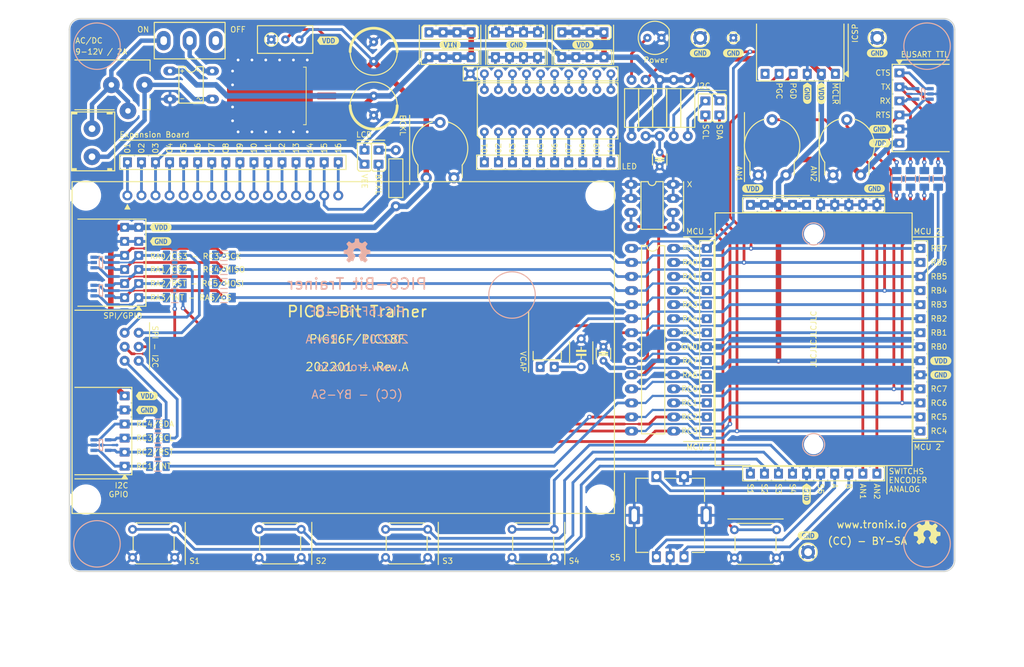
<source format=kicad_pcb>
(kicad_pcb (version 20241229) (generator "pcbnew") (generator_version "9.0")
  (title_block (title "PIC8-Bit Trainer") (date "01/2022") (rev "A"))
  (layers (0 "F.Cu" signal) (2 "B.Cu" signal) (13 "F.Paste" user) (15 "B.Paste" user) (5 "F.SilkS" user "F.Silkscreen") (7 "B.SilkS" user "B.Silkscreen") (1 "F.Mask" user) (3 "B.Mask" user) (25 "Edge.Cuts" user))
  (net 0 "")
  (net 1 "Net-(B101-Pad3)")
  (net 2 "POWER-VIN")
  (net 3 "Net-(C202-Pad1)")
  (net 4 "Net-(K409-Pin_1)")
  (net 5 "Net-(JP202-Pad1)")
  (net 6 "RC3{slash}SCL")
  (net 7 "RC4{slash}SDA")
  (net 8 "RC4{slash}MISO")
  (net 9 "RC3{slash}SCK")
  (net 10 "Net-(K409-Pin_2)")
  (net 11 "Net-(K409-Pin_3)")
  (net 12 "Net-(K409-Pin_4)")
  (net 13 "Net-(B101-Pad4)")
  (net 14 "/Module/I2C_INT")
  (net 15 "/Module/I2C_SDA")
  (net 16 "/Module/IC2_SCL")
  (net 17 "/Module/I2C_RESET")
  (net 18 "Net-(C201-Pad1)")
  (net 19 "/Module/SPI_CS")
  (net 20 "/Module/SPI_MOSI")
  (net 21 "/Module/SPI_RESET")
  (net 22 "/Module/SPI_INT")
  (net 23 "/Module/SPI_MISO")
  (net 24 "/Module/SPI_SCK")
  (net 25 "/Module/SPI_CS3")
  (net 26 "/Module/SPI_CS2")
  (net 27 "/Module/UART_CTS")
  (net 28 "/Module/UART_RTS")
  (net 29 "/Module/UART_RX")
  (net 30 "/Module/UART_TX")
  (net 31 "Net-(K409-Pin_5)")
  (net 32 "Net-(K409-Pin_6)")
  (net 33 "Net-(K409-Pin_7)")
  (net 34 "Net-(K409-Pin_8)")
  (net 35 "Net-(K409-Pin_9)")
  (net 36 "Net-(K409-Pin_10)")
  (net 37 "Net-(K409-Pin_11)")
  (net 38 "Net-(K409-Pin_12)")
  (net 39 "Net-(K409-Pin_13)")
  (net 40 "Net-(K409-Pin_14)")
  (net 41 "Net-(K409-Pin_15)")
  (net 42 "Net-(K409-Pin_16)")
  (net 43 "Net-(K201-Pin_6)")
  (net 44 "Net-(K201-Pin_1)")
  (net 45 "Net-(K201-Pin_9)")
  (net 46 "Net-(K201-Pin_10)")
  (net 47 "Net-(JP203-Pad1)")
  (net 48 "/MCU/RA0{slash}SPI_SC3")
  (net 49 "/MCU/RA1{slash}SPI_CS2")
  (net 50 "/MCU/RA2{slash}SPI_RESET")
  (net 51 "/MCU/RA3{slash}SPI_INT")
  (net 52 "Net-(K201-Pin_11)")
  (net 53 "/MCU/RA5{slash}SPI_CS")
  (net 54 "Net-(K202-Pin_1)")
  (net 55 "/MCU/RC1{slash}I2C_INT")
  (net 56 "/MCU/RC2{slash}I2C_RESET")
  (net 57 "/MCU/RC3{slash}SCL{slash}SCK")
  (net 58 "/MCU/RC4{slash}SDA{slash}MISO")
  (net 59 "/MCU/RC5{slash}MOSI")
  (net 60 "/MCU/RC6{slash}UTX")
  (net 61 "/MCU/RC7{slash}URX")
  (net 62 "Net-(K202-Pin_2)")
  (net 66 "/MCU/RB4{slash}URTS")
  (net 67 "/MCU/RB5{slash}UCTS")
  (net 68 "Net-(JP401-Pad1)")
  (net 69 "Net-(JP402-Pad1)")
  (net 70 "Net-(K101-Pad2)")
  (net 72 "Net-(K401-Pin_1)")
  (net 73 "Net-(K401-Pin_2)")
  (net 74 "Net-(K401-Pin_3)")
  (net 75 "Net-(K401-Pin_4)")
  (net 76 "Net-(K401-Pin_5)")
  (net 77 "Net-(K401-Pin_6)")
  (net 78 "Net-(K401-Pin_7)")
  (net 79 "Net-(K401-Pin_8)")
  (net 80 "Net-(K401-Pin_9)")
  (net 81 "Net-(K401-Pin_10)")
  (net 82 "Net-(LED101-A)")
  (net 83 "Net-(LED401-C10)")
  (net 84 "Net-(LED401-C9)")
  (net 85 "Net-(LED401-C8)")
  (net 86 "Net-(LED401-C7)")
  (net 87 "Net-(LED401-C6)")
  (net 88 "Net-(LED401-C5)")
  (net 89 "Net-(LED401-C4)")
  (net 90 "Net-(LED401-C3)")
  (net 91 "Net-(LED401-C2)")
  (net 93 "/HID/S1")
  (net 94 "/HID/S2")
  (net 95 "/HID/S3")
  (net 96 "/HID/S4")
  (net 97 "/HID/S5")
  (net 98 "/HID/AN1")
  (net 99 "/HID/AN2")
  (net 101 "Net-(LED401-C1)")
  (net 102 "Net-(U105-ADJ)")
  (net 103 "/HID/A")
  (net 104 "/HID/B")
  (net 105 "POWER-GND")
  (net 106 "POWER-VDD")
  (footprint "tronixio:KEYSTONE-24283" (layer "F.Cu") (at 163 79)
    (property "Reference" "U104" (hide yes))
    (property "Value" "KEYSTONE-24283" (hide yes))
  )
  (footprint "tronixio:HARWIN-M20-7680-7683" (layer "F.Cu") (at 209 164)
    (property "Reference" "H104" (hide yes))
    (property "Value" "HARWIN-JUMPER-0254-14MM-BLACK" (hide yes))
  )
  (footprint "tronixio:HARWIN-M20-999044x" (layer "F.Cu") (at 156 49.5 90)
    (property "Reference" "K208" (hide yes))
    (property "Value" "VDD")
  )
  (footprint "tronixio:TRIMMER-64W" (layer "F.Cu") (at 103.5 50.8)
    (property "Reference" "R101" (hide yes))
    (property "Value" "5K")
  )
  (footprint "kibuzzard-65F605CA" (layer "F.Cu") (at 200.23 133 -90)
    (property "Reference" "kibuzzard-65F605CA" (hide yes))
    (property "Value" "G***" (hide yes))
  )
  (footprint "tronixio:BREADBOARD-170" (layer "F.Cu") (at 201.5 105 90)
    (property "Reference" "BB401" (hide yes))
    (property "Value" "BREADBOARD-170")
  )
  (footprint "tronixio:KINGBRIGHT-DC" (layer "F.Cu") (at 142 67.5)
    (property "Reference" "LED401" (hide yes))
    (property "Value" "KINGBRIGHT-DC10EWA")
  )
  (footprint "tronixio:HARWIN-M20-7680-7683" (layer "F.Cu") (at 188 164)
    (property "Reference" "H101" (hide yes))
    (property "Value" "HARWIN-JUMPER-0254-14MM-BLACK" (hide yes))
  )
  (footprint "tronixio:HARWIN-M20-782044x" (layer "F.Cu") (at 156 54 90)
    (property "Reference" "K206" (hide yes))
    (property "Value" "VDD")
  )
  (footprint "tronixio:BOURNS-PEC12R-SWITCH" (layer "F.Cu") (at 175.585 136.84 180)
    (property "Reference" "S403" (hide yes))
    (property "Value" "BOURNS-PEC12R-24DENTS")
  )
  (footprint "kibuzzard-65F605BE" (layer "F.Cu") (at 224.48 111.44)
    (property "Reference" "kibuzzard-65F605BE" (hide yes))
    (property "Value" "G***" (hide yes))
  )
  (footprint "kibuzzard-65F60590" (layer "F.Cu") (at 213.5 69.53)
    (property "Reference" "kibuzzard-65F60590" (hide yes))
    (property "Value" "G***" (hide yes))
  )
  (footprint "tronixio:CK-KSA-TH" (layer "F.Cu") (at 150.82 141.92 180)
    (property "Reference" "S405" (hide yes))
    (property "Value" "S4")
  )
  (footprint "tronixio:SAMTEC-SSW-106-02-T-S-RA" (layer "F.Cu") (at 77 127.95 90)
    (property "Reference" "K301" (hide yes))
    (property "Value" "I2C/GPIO")
  )
  (footprint "kibuzzard-65F60537" (layer "F.Cu") (at 159.81 51.75)
    (property "Reference" "kibuzzard-65F60537" (hide yes))
    (property "Value" "G***" (hide yes))
  )
  (footprint "tronixio:SAMESKY-TB006-508-02BE" (layer "F.Cu") (at 71.1 72 90)
    (property "Reference" "K102" (hide yes))
    (property "Value" "AC/DC 9-12V")
  )
  (footprint "tronixio:LED-TH-ROUND-05MM" (layer "F.Cu") (at 174 50.5 180)
    (property "Reference" "LED101" (hide yes))
    (property "Value" "Power")
  )
  (footprint "tronixio:HARWIN-M20-782144x" (layer "F.Cu") (at 182.2 88.58)
    (property "Reference" "K201" (hide yes))
    (property "Value" "MCU 1")
  )
  (footprint "tronixio:HARWIN-M20-999044x" (layer "F.Cu") (at 132 49.5 90)
    (property "Reference" "K205" (hide yes))
    (property "Value" "VIN")
  )
  (footprint "tronixio:HARWIN-M20-975024x" (layer "F.Cu") (at 152.09 110)
    (property "Reference" "JP201" (hide yes))
    (property "Value" "VCAP")
  )
  (footprint "kibuzzard-65F60515" (layer "F.Cu") (at 113.75 51)
    (property "Reference" "kibuzzard-65F60515" (hide yes))
    (property "Value" "G***" (hide yes))
  )
  (footprint "kibuzzard-65F60603" (layer "F.Cu") (at 83.5 87.3)
    (property "Reference" "kibuzzard-65F60603" (hide yes))
    (property "Value" "G***" (hide yes))
  )
  (footprint "tronixio:KEYSTONE-2000-3" (layer "F.Cu") (at 187 50.5)
    (property "Reference" "TP104" (hide yes))
    (property "Value" "GND")
  )
  (footprint "tronixio:CK-KSA-TH" (layer "F.Cu") (at 82.24 141.92 180)
    (property "Reference" "S401" (hide yes))
    (property "Value" "S1")
  )
  (footprint "tronixio:KEMET-C315" (layer "F.Cu") (at 173.68 72.5 -90)
    (property "Reference" "C201" (hide yes))
    (property "Value" "100n")
  )
  (footprint "tronixio:PIHER-PT10MV" (layer "F.Cu") (at 134 70.5)
    (property "Reference" "R401" (hide yes))
    (property "Value" "5K")
  )
  (footprint "tronixio:HARWIN-M20-999044x" (layer "F.Cu") (at 144 49.5 90)
    (property "Reference" "K209" (hide yes))
    (property "Value" "GND")
  )
  (footprint "tronixio:KEMET-C322" (layer "F.Cu") (at 159.5 107.46 90)
    (property "Reference" "C202" (hide yes))
    (property "Value" "10µ")
  )
  (footprint "kibuzzard-65F605F2" (layer "F.Cu") (at 81 115.25)
    (property "Reference" "kibuzzard-65F605F2" (hide yes))
    (property "Value" "G***" (hide yes))
  )
  (footprint "tronixio:HARWIN-M20-782164x" (layer "F.Cu") (at 77.5 73 90)
    (property "Reference" "K409" (hide yes))
    (property "Value" "EXPANSION BOARD")
  )
  (footprint "tronixio:HARWIN-M20-7580-7583" (layer "F.Cu") (at 181 164)
    (property "Reference" "JP103" (hide yes))
    (property "Value" "HARWIN-JUMPER-0254-06MM-RED" (hide yes))
  )
  (footprint "tronixio:TRONIXIO-EXPANSION-BOARD" (layer "F.Cu") (at 77.5 79)
    (property "Reference" "EB401" (hide yes))
    (property "Value" "EXPANSION-BOARD")
  )
  (footprint "tronixio:HARWIN-M20-974034x" (layer "F.Cu") (at 79.54 108.9 90)
    (property "Reference" "K302" (hide yes))
    (property "Value" "I2C/SPI")
  )
  (footprint "tronixio:KEMET-C315" (layer "F.Cu") (at 163.52 107.63 90)
    (property "Reference" "C203" (hide yes))
    (property "Value" "100n")
  )
  (footprint "kibuzzard-65F6056F" (layer "F.Cu") (at 202.9 60.5 -90)
    (property "Reference" "kibuzzard-65F6056F" (hide yes))
    (property "Value" "G***" (hide yes))
  )
  (footprint "tronixio:DF01M" (layer "F.Cu") (at 85.2 56.5)
    (property "Reference" "B101" (hide yes))
    (property "Value" "DF01M")
  )
  (footprint "tronixio:SAMTEC-SSW-106-02-T-S-RA" (layer "F.Cu") (at 217 56.83 -90)
    (property "Reference" "K304" (hide yes))
    (property "Value" "EUSART/TTL")
  )
  (footprint "tronixio:RESISTOR-TH-1016" (layer "F.Cu") (at 168.6 63.18 90)
    (property "Reference" "R102" (hide yes))
    (property "Value" "4K7")
  )
  (footprint "kibuzzard-65F605A7" (layer "F.Cu") (at 190.5 77.75)
    (property "Reference" "kibuzzard-65F605A7" (hide yes))
    (property "Value" "G***" (hide yes))
  )
  (footprint "tronixio:HARWIN-M20-999024x" (layer "F.Cu") (at 184.475 61.91)
    (property "Reference" "JP203" (hide yes))
    (property "Value" "SDA")
  )
  (footprint "kibuzzard-65F60520" (layer "F.Cu") (at 135.81 51.75)
    (property "Reference" "kibuzzard-65F60520" (hide yes))
    (property "Value" "G***" (hide yes))
  )
  (footprint "tronixio:HARWIN-M20-999024x" (layer "F.Cu") (at 120.34 70.8)
    (property "Reference" "JP401" (hide yes))
    (property "Value" "VEE")
  )
  (footprint "tronixio:PIHER-PT10MV" (layer "F.Cu") (at 207.5 70)
    (property "Reference" "P402" (hide yes))
    (property "Value" "AN2")
  )
  (footprint "kibuzzard-65F60578" (layer "F.Cu") (at 213 53.25)
    (property "Reference" "kibuzzard-65F60578" (hide yes))
    (property "Value" "G***" (hide yes))
  )
  (footprint "tronixio:HARWIN-M20-999024x" (layer "F.Cu") (at 122.88 70.8)
    (property "Reference" "JP402" (hide yes))
    (property "Value" "BCKL")
  )
  (footprint "kibuzzard-65F60610" (layer "F.Cu") (at 83.5 84.75)
    (property "Reference" "kibuzzard-65F60610" (hide yes))
    (property "Value" "G***" (hide yes))
  )
  (footprint "tronixio:DIP-28-W762" (layer "F.Cu") (at 168.6 88.58)
    (property "Reference" "U201" (hide yes))
    (property "Value" "PIC16F/18F")
  )
  (footprint "kibuzzard-65F60562" (layer "F.Cu") (at 200.35 60.5 -90)
    (property "Reference" "kibuzzard-65F60562" (hide yes))
    (property "Value" "G***" (hide yes))
  )
  (footprint "tronixio:SAMTEC-SSW-106-02-T-D-RA" (layer "F.Cu") (at 79.54 97.47 90)
    (property "Reference" "K303" (hide yes))
    (property "Value" "SPI/GPIO")
  )
  (footprint "tronixio:KEYSTONE-5006" (layer "F.Cu") (at 181 50.5 90)
    (property "Reference" "TP103" (hide yes))
    (property "Value" "GND")
  )
  (footprint "tronixio:HARWIN-M20-782104x" (layer "F.Cu") (at 190.07 80.7 90)
    (property "Reference" "K210" (hide yes))
    (property "Value" "VDD & GND")
  )
  (footprint "kibuzzard-65F6052C" (layer "F.Cu") (at 147.81 51.75)
    (property "Reference" "kibuzzard-65F6052C" (hide yes))
    (property "Value" "G***" (hide yes))
  )
  (footprint "tronixio:HARWIN-M20-782104x" (layer "F.Cu") (at 142 73 90)
    (property "Reference" "K401" (hide yes))
    (property "Value" "LED ARRAY")
  )
  (footprint "tronixio:HARWIN-M20-7580-7583" (layer "F.Cu") (at 181 156)
    (property "Reference" "JP102" (hide yes))
    (property "Value" "HARWIN-JUMPER-0254-06MM-RED" (hide yes))
  )
  (footprint "kibuzzard-65F605D7" (layer "F.Cu") (at 200.5 140.5)
    (property "Reference" "kibuzzard-65F605D7" (hide yes))
    (property "Value" "G***" (hide yes))
  )
  (footprint "kibuzzard-65F60553" (layer "F.Cu") (at 187 53.25)
    (property "Reference" "kibuzzard-65F60553" (hide yes))
    (property "Value" "G***" (hide yes))
  )
  (footprint "tronixio:HARWIN-M20-999024x" (layer "F.Cu") (at 181.935 61.91)
    (property "Reference" "JP202" (hide yes))
    (property "Value" "SCL")
  )
  (footprint "tronixio:CAPACITOR-ELECTROLYTIC-RADIAL-080-115-035" (layer "F.Cu") (at 122 53 90)
    (property "Reference" "C102" (hide yes))
    (property "Value" "220µ")
  )
  (footprint "tronixio:KEYSTONE-24283" (layer "F.Cu") (at 163 134)
    (property "Reference" "U103" (hide yes))
    (property "Value" "KEYSTONE-24283" (hide yes))
  )
  (footprint "tronixio:CK-KSA-TH" (layer "F.Cu") (at 191 142 180)
    (property "Reference" "S201" (hide yes))
    (property "Value" "Reset")
  )
  (footprint "tronixio:DIP-08-W762-SOCKET" (layer "F.Cu") (at 168.5 77)
    (property "Reference" "X201" (hide yes))
    (property "Value" "XTAL-DIL08")
  )
  (footprint "tronixio:CK-KSA-TH" (layer "F.Cu") (at 105.1 141.92 180)
    (property "Reference" "S404" (hide yes))
    (property "Value" "S2")
  )
  (footprint "tronixio:RESISTOR-TH-1016" (layer "F.Cu") (at 171.14 63.18 -90)
    (property "Reference" "R202" (hide yes))
    (property "Value" "1K")
  )
  (footprint "tronixio:KEYSTONE-24283" (layer "F.Cu") (at 70 79)
    (property "Reference" "U101" (hide yes))
    (property "Value" "KEYSTONE-24283" (hide yes))
  )
  (footprint "kibuzzard-65F6059C" (layer "F.Cu") (at 212.5 77.75)
    (property "Reference" "kibuzzard-65F6059C" (hide yes))
    (property "Value" "G***" (hide yes))
  )
  (footprint "tronixio:RESISTOR-TH-1016" (layer "F.Cu") (at 176.22 63.18 -90)
    (property "Reference" "R204" (hide yes))
    (property "Value" "4K7")
  )
  (footprint "tronixio:HARWIN-M20-7680-7683" (layer "F.Cu") (at 202 164)
    (property "Reference" "H103" (hide yes))
    (property "Value" "HARWIN-JUMPER-0254-14MM-BLACK" (hide yes))
  )
  (footprint "tronixio:KEYSTONE-5006" (layer "F.Cu") (at 213 50.5 90)
    (property "Reference" "TP101" (hide yes))
    (property "Value" "GND")
  )
  (footprint "tronixio:CK-KSA-TH" (layer "F.Cu") (at 127.96 141.92 180)
    (property "Reference" "S402" (hide yes))
    (property "Value" "S3")
  )
  (footprint "kibuzzard-65F605B3" (layer "F.Cu") (at 224.48 108.9)
    (property "Reference" "kibuzzard-65F605B3" (hide yes))
    (property "Value" "G***" (hide yes))
  )
  (footprint "tronixio:CAPACITOR-ELECTROLYTIC-RADIAL-080-115-035" (layer "F.Cu") (at 122 62.75 -90)
    (property "Reference" "C101" (hide yes))
    (property "Value" "220µ")
  )
  (footprint "tronixio:RESISTOR-TH-1016" (layer "F.Cu") (at 173.68 63.18 -90)
    (property "Reference" "R201" (hide yes))
    (property "Value" "10K")
  )
  (footprint "tronixio:KEYSTONE-24283" (layer "F.Cu") (at 70 134)
    (property "Reference" "U102" (hide yes))
    (property "Value" "KEYSTONE-24283" (hide yes))
  )
  (footprint "tronixio:BOURNS-4611X" (layer "F.Cu") (at 139.46 57)
    (property "Reference" "RA401" (hide yes))
    (property "Value" "330Ω")
  )
  (footprint "tronixio:PE-450-4X6X" (layer "F.Cu") (at 220 156)
    (property "Reference" "K103" (hide yes))
    (property "Value" "PE-450-4X6X-BLACK" (hide yes))
  )
  (footprint "tronixio:HARWIN-M20-782044x" (layer "F.Cu") (at 144 54 90)
    (property "Reference" "K207" (hide yes))
    (property "Value" "GND")
  )
  (footprint "tronixio:RESISTOR-TH-1016" (layer "F.Cu") (at 126 75.88 90)
    (property "Reference" "R402" (hide yes))
    (property "Value" "10Ω")
  )
  (footprint "tronixio:SAMESKY-PJ-102AH" (layer "F.Cu") (at 80.6 59 -90)
    (property "Reference" "K101" (hide yes))
    (property "Value" "AC/DC 9-12V")
  )
  (footprint "tronixio:PIHER-PT10MV" (layer "F.Cu") (at 194 70)
    (property "Reference" "P401" (hide yes))
    (property "Value" "AN1")
  )
  (footprint "kibuzzard-65F605E6" (layer "F.Cu") (at 81 117.8)
    (property "Reference" "kibuzzard-65F605E6" (hide yes))
    (property "Value" "G***" (hide yes))
  )
  (footprint "tronixio:HARWIN-M20-782044x" (layer "F.Cu") (at 132 54 90)
    (property "Reference" "K204" (hide yes))
    (property "Value" "VIN")
  )
  (footprint "tronixio:HARWIN-M20-7680-7683" (layer "F.Cu") (at 195 164)
    (property "Reference" "H102" (hide yes))
    (property "Value" "HARWIN-JUMPER-0254-14MM-BLACK" (hide yes))
  )
  (footprint "kibuzzard-65F60585" (layer "F.Cu") (at 213.5 67)
    (property "Reference" "kibuzzard-65F60585" (hide yes))
    (property "Value" "G***" (hide yes))
  )
  (footprint "tronixio:OSHW-5MM" (layer "F.Cu") (at 222 140)
    (property "Reference" "G***" (hide yes))
    (property "Value" "LOGO" (hide yes))
  )
  (footprint "tronixio:HARWIN-M20-782144x" (layer "F.Cu") (at 220.8 88.58)
    (property "Reference" "K202" (hide yes))
    (property "Value" "MCU 2")
  )
  (footprint "tronixio:HARWIN-M20-7580-7583" (layer "F.Cu") (at 174 156)
    (property "Reference" "JP101" (hide yes))
    (property "Value" "HARWIN-JUMPER-0254-06MM-BLACK" (hide yes))
  )
  (footprint "tronixio:KEYSTONE-5006" (layer "F.Cu") (at 200.5 143.5 90)
    (property "Reference" "TP102" (hide yes))
    (property "Value" "GND")
  )
  (footprint "tronixio:SAMTEC-SSW-106-02-T-S-RA" (layer "F.Cu") (at 192.73 57)
    (property "Reference" "K203" (hide yes))
    (property "Value" "ICSP")
  )
  (footprint "tronixio:CK-1101M2" (layer "F.Cu") (at 88.75 51)
    (property "Reference" "S101" (hide yes))
    (property "Value" "ON/OFF")
  )
  (footprint "tronixio:TO-263-5-TABPIN3" (layer "F.Cu") (at 107 61 180)
    (property "Reference" "U105" (hide yes))
    (property "Value" "NCP5662-ADJ")
  )
  (footprint "tronixio:HARWIN-M20-782104x" (layer "F.Cu") (at 190.07 129.3 90)
    (property "Reference" "K402" (hide yes))
    (property "Value" "SWITCH, ENCODER & ANALOG")
  )
  (footprint "tronixio:RESISTOR-TH-1016" (layer "F.Cu") (at 178.76 63.18 -90)
    (property "Reference" "R203" (hide yes))
    (property "Value" "4K7")
  )
  (footprint "kibuzzard-65F60546" (layer "F.Cu") (at 181 53.25)
    (property "Reference" "kibuzzard-65F60546" (hide yes))
    (property "Value" "G***" (hide yes))
  )
  (footprint "tronixio:RESISTOR-SMD-1206" (layer "B.Cu") (at 86.05 89.85 180)
    (property "Reference" "R308" (hide yes))
    (property "Value" "200Ω")
  )
  (footprint "tronixio:RESISTOR-SMD-1206" (layer "B.Cu") (at 94.94 97.47)
    (property "Reference" "R309" (hide yes))
    (property "Value" "200Ω")
  )
  (footprint "tronixio:3M-SJ5376" (layer "B.Cu") (at 147 97 180)
    (property "Reference" "X105" (hide yes))
    (property "Value" "3M-SJ5376" (hide yes))
  )
  (footprint "tronixio:RESISTOR-SMD-1206" (layer "B.Cu") (at 86.05 92.39 180)
    (property "Reference" "R307" (hide yes))
    (property "Value" "200Ω")
  )
  (footprint "tronixio:OSHW-5MM" (layer "B.Cu") (at 119 89 180)
    (property "Reference" "G***" (hide yes))
    (property "Value" "LOGO" (hide yes))
  )
  (footprint "tronixio:RESISTOR-SMD-1206" (layer "B.Cu") (at 86.05 97.47 180)
    (property "Reference" "R305" (hide yes))
    (property "Value" "200Ω")
  )
  (footprint "tronixio:RESISTOR-SMD-1206" (layer "B.Cu") (at 219 76 90)
    (property "Reference" "R315" (hide yes))
    (property "Value" "200Ω")
  )
  (footprint "tronixio:SOT-23-5" (layer "B.Cu") (at 72.715 96.2)
    (property "Reference" "D302" (hide yes))
    (property "Value" "ESDA14V2SC5Y")
  )
  (footprint "tronixio:3M-SJ5376" (layer "B.Cu") (at 72 52 180)
    (property "Reference" "X104" (hide yes))
    (property "Value" "3M-SJ5376" (hide yes))
  )
  (footprint "tronixio:RESISTOR-SMD-1206" (layer "B.Cu") (at 83 127.95 180)
    (property "Reference" "R301" (hide yes))
    (property "Value" "200Ω")
  )
  (footprint "tronixio:RESISTOR-SMD-1206" (layer "B.Cu") (at 94.94 89.85)
    (property "Reference" "R312" (hide yes))
    (property "Value" "200Ω")
  )
  (footprint "tronixio:3M-SJ5376" (layer "B.Cu") (at 222 142 180)
    (property "Reference" "X102" (hide yes))
    (property "Value" "3M-SJ5376" (hide yes))
  )
  (footprint "tronixio:RESISTOR-SMD-1206" (layer "B.Cu") (at 94.94 92.39)
    (property "Reference" "R311" (hide yes))
    (property "Value" "200Ω")
  )
  (footprint "tronixio:3M-SJ5376" (layer "B.Cu") (at 222 52 180)
    (property "Reference" "X103" (hide yes))
    (property "Value" "3M-SJ5376" (hide yes))
  )
  (footprint "tronixio:RESISTOR-SMD-1206" (layer "B.Cu") (at 224 76 90)
    (property "Reference" "R313" (hide yes))
    (property "Value" "200Ω")
  )
  (footprint "tronixio:RESISTOR-SMD-1206" (layer "B.Cu") (at 221.5 76 90)
    (property "Reference" "R314" (hide yes))
    (property "Value" "200Ω")
  )
  (footprint "tronixio:SOT-23-5" (layer "B.Cu") (at 72.715 91.12)
    (property "Reference" "D303" (hide yes))
    (property "Value" "ESDA14V2SC5Y")
  )
  (footprint "tronixio:RESISTOR-SMD-1206" (layer "B.Cu") (at 83 120.33 180)
    (property "Reference" "R304" (hide yes))
    (property "Value" "200Ω")
  )
  (footprint "tronixio:RESISTOR-SMD-1206" (layer "B.Cu") (at 83 122.87 180)
    (property "Reference" "R303" (hide yes))
    (property "Value" "200Ω")
  )
  (footprint "tronixio:RESISTOR-SMD-1206" (layer "B.Cu") (at 216.5 76 90)
    (property "Reference" "R316" (hide yes))
    (property "Value" "200Ω")
  )
  (footprint "tronixio:RESISTOR-SMD-1206" (layer "B.Cu") (at 94.94 94.93)
    (property "Reference" "R310" (hide yes))
    (property "Value" "200Ω")
  )
  (footprint "tronixio:SOT-23-5" (layer "B.Cu") (at 72.715 124.14)
    (property "Reference" "D301" (hide yes))
    (property "Value" "ESDA14V2SC5Y")
  )
  (footprint "tronixio:SOT-23-5" (layer "B.Cu") (at 221.305 60.64 180)
    (property "Reference" "D304" (hide yes))
    (property "Value" "ESDA14V2SC5Y")
  )
  (footprint "tronixio:RESISTOR-SMD-1206" (layer "B.Cu") (at 86.05 94.93 180)
    (property "Reference" "R306" (hide yes))
    (property "Value" "200Ω")
  )
  (footprint "tronixio:3M-SJ5376" (layer "B.Cu") (at 72 142 180)
    (property "Reference" "X101" (hide yes))
    (property "Value" "3M-SJ5376" (hide yes))
  )
  (footprint "tronixio:RESISTOR-SMD-1206" (layer "B.Cu") (at 83 125.41 180)
    (property "Reference" "R302" (hide yes))
    (property "Value" "200Ω")
  )
  (gr_line (start 130.25 55.3) (end 130.25 48.2) (stroke (width 0.2)) (layer "F.SilkS"))
  (gr_line (start 165.35 55.3) (end 165.35 48.2) (stroke (width 0.2)) (layer "F.SilkS"))
  (gr_line (start 141.35 55.3) (end 141.35 48.2) (stroke (width 0.2)) (layer "F.SilkS"))
  (gr_poly (pts (xy 77.5 130.25) (xy 76.5 130.25) (xy 77 129.5)) (stroke (width 0.2)) (fill yes) (layer "F.SilkS"))
  (gr_line (start 81.5 110.5) (end 81.5 102) (stroke (width 0.2)) (layer "F.SilkS"))
  (gr_line (start 167.33 145.095) (end 167.33 129.22) (stroke (width 0.2)) (layer "F.SilkS"))
  (gr_line (start 186 137.5) (end 196 137.5) (stroke (width 0.2)) (layer "F.SilkS"))
  (gr_line (start 189 76.5) (end 189 64) (stroke (width 0.2)) (layer "F.SilkS"))
  (gr_line (start 207.75 48) (end 207.75 57.5) (stroke (width 0.2)) (layer "F.SilkS"))
  (gr_line (start 214.25 79) (end 202.25 79) (stroke (width 0.2)) (layer "F.SilkS"))
  (gr_line (start 200.75 79) (end 188.75 79) (stroke (width 0.2)) (layer "F.SilkS"))
  (gr_line (start 178 123.5) (end 183.5 123.5) (stroke (width 0.2)) (layer "F.SilkS"))
  (gr_poly (pts (xy 207.75 57.5) (xy 207 57) (xy 207.75 56.5)) (stroke (width 0.2)) (fill yes) (layer "F.SilkS"))
  (gr_line (start 68 130.25) (end 77.5 130.25) (stroke (width 0.2)) (layer "F.SilkS"))
  (gr_line (start 119 69) (end 124 69) (stroke (width 0.2)) (layer "F.SilkS"))
  (gr_poly (pts (xy 217 55.25) (xy 216.5 54.5) (xy 217.5 54.5)) (stroke (width 0.2)) (fill yes) (layer "F.SilkS"))
  (gr_line (start 178 86.5) (end 183.5 86.5) (stroke (width 0.2)) (layer "F.SilkS"))
  (gr_line (start 166.55 74.3) (end 166.55 69.5) (stroke (width 0.2)) (layer "F.SilkS"))
  (gr_line (start 202.5 76.5) (end 202.5 64) (stroke (width 0.2)) (layer "F.SilkS"))
  (gr_line (start 87.955 145.73) (end 87.955 138.11) (stroke (width 0.2)) (layer "F.SilkS"))
  (gr_poly (pts (xy 80 99.75) (xy 79 99.75) (xy 79.5 99)) (stroke (width 0.2)) (fill yes) (layer "F.SilkS"))
  (gr_line (start 76 69) (end 117 69) (stroke (width 0.2)) (layer "F.SilkS"))
  (gr_line (start 180.6 60) (end 185.75 60) (stroke (width 0.15)) (layer "F.SilkS"))
  (gr_line (start 214.75 128) (end 214.75 133) (stroke (width 0.2)) (layer "F.SilkS"))
  (gr_line (start 133.675 145.73) (end 133.675 138.11) (stroke (width 0.2)) (layer "F.SilkS"))
  (gr_line (start 219.5 123.5) (end 225 123.5) (stroke (width 0.2)) (layer "F.SilkS"))
  (gr_line (start 110.815 145.73) (end 110.815 138.11) (stroke (width 0.2)) (layer "F.SilkS"))
  (gr_line (start 142.25 55.3) (end 142.25 48.2) (stroke (width 0.2)) (layer "F.SilkS"))
  (gr_line (start 219.5 86.5) (end 225 86.5) (stroke (width 0.2)) (layer "F.SilkS"))
  (gr_line (start 150 111) (end 150 100) (stroke (width 0.2)) (layer "F.SilkS"))
  (gr_line (start 128.5 77) (end 128.5 64.5) (stroke (width 0.2)) (layer "F.SilkS"))
  (gr_line (start 156.535 145.73) (end 156.535 138.11) (stroke (width 0.2)) (layer "F.SilkS"))
  (gr_line (start 178 85.5) (end 178 76.5) (stroke (width 0.2)) (layer "F.SilkS"))
  (gr_line (start 68 99.75) (end 80 99.75) (stroke (width 0.2)) (layer "F.SilkS"))
  (gr_line (start 154.25 55.3) (end 154.25 48.2) (stroke (width 0.2)) (layer "F.SilkS"))
  (gr_line (start 226 54.5) (end 216.5 54.5) (stroke (width 0.2)) (layer "F.SilkS"))
  (gr_line (start 153.35 55.3) (end 153.35 48.2) (stroke (width 0.2)) (layer "F.SilkS"))
  (gr_line (start 69 47) (end 225 47) (stroke (width 0.2)) (layer "Edge.Cuts"))
  (gr_line (start 225 147) (end 69 147) (stroke (width 0.2)) (layer "Edge.Cuts"))
  (gr_arc (start 69 147) (mid 67.585786 146.414214) (end 67 145) (stroke (width 0.2)) (layer "Edge.Cuts"))
  (gr_arc (start 225 47) (mid 226.414214 47.585786) (end 227 49) (stroke (width 0.2)) (layer "Edge.Cuts"))
  (gr_line (start 227 49) (end 227 145) (stroke (width 0.2)) (layer "Edge.Cuts"))
  (gr_arc (start 227 145) (mid 226.414214 146.414214) (end 225 147) (stroke (width 0.2)) (layer "Edge.Cuts"))
  (gr_line (start 67 145) (end 67 49) (stroke (width 0.2)) (layer "Edge.Cuts"))
  (gr_arc (start 67 49) (mid 67.585786 47.585786) (end 69 47) (stroke (width 0.2)) (layer "Edge.Cuts"))
  (gr_text "03" (at 82.58 71.5 90) (layer "F.SilkS") (effects (font (size 1 1)) (justify left)))
  (gr_text "A" (at 205.31 131 270) (layer "F.SilkS") (effects (font (size 1 1)) (justify left)))
  (gr_text "RC0" (at 180.665 113.98 0) (layer "F.SilkS") (effects (font (size 1 1)) (justify right)))
  (gr_text "S5" (at 166.695 144.46 0) (layer "F.SilkS") (effects (font (size 1 1)) (justify right)))
  (gr_text "RC4/SDA" (at 79 120.33 0) (layer "F.SilkS") (effects (font (size 1 1)) (justify left)))
  (gr_text "SPI - I2C" (at 82.5 106.36 270) (layer "F.SilkS") (effects (font (size 1 1))))
  (gr_text "01" (at 77.5 71.5 90) (layer "F.SilkS") (effects (font (size 1 1)) (justify left)))
  (gr_text "RA0/CS3 - RC3/SCK" (at 81.5 90 0) (layer "F.SilkS") (effects (font (size 1 1)) (justify left)))
  (gr_text "ON" (at 81.5 49 0) (layer "F.SilkS") (effects (font (size 1 1)) (justify right)))
  (gr_text "AN1" (at 210.4 131 270) (layer "F.SilkS") (effects (font (size 1 1)) (justify left)))
  (gr_text "PGD" (at 197.8 58.5 270) (layer "F.SilkS") (effects (font (size 1 1)) (justify left)))
  (gr_text "RA1" (at 180.665 93.66 0) (layer "F.SilkS") (effects (font (size 1 1)) (justify right)))
  (gr_text "LED" (at 166.75 73.75 0) (layer "F.SilkS") (effects (font (size 1 1)) (justify left)))
  (gr_text "RA3" (at 180.665 98.74 0) (layer "F.SilkS") (effects (font (size 1 1)) (justify right)))
  (gr_text "ICSP" (at 209 47.85 90) (layer "F.SilkS") (effects (font (size 1 1)) (justify right)))
  (gr_text "RX" (at 215.5 61.91 0) (layer "F.SilkS") (effects (font (size 1 1)) (justify right)))
  (gr_text "09" (at 97.82 71.5 90) (layer "F.SilkS") (effects (font (size 1 1)) (justify left)))
  (gr_text "RA3/INT - RA5/CS" (at 81.5 97.47 0) (layer "F.SilkS") (effects (font (size 1 1)) (justify left)))
  (gr_text "05" (at 152.16 71.5 90) (layer "F.SilkS") (effects (font (size 1 1)) (justify left)))
  (gr_text "02" (at 144.54 71.5 90) (layer "F.SilkS") (effects (font (size 1 1)) (justify left)))
  (gr_text "10" (at 100.36 71.5 90) (layer "F.SilkS") (effects (font (size 1 1)) (justify left)))
  (gr_text "10" (at 164.86 71.5 90) (layer "F.SilkS") (effects (font (size 1 1)) (justify left)))
  (gr_text "S5" (at 202.77 131 270) (layer "F.SilkS") (effects (font (size 1 1)) (justify left)))
  (gr_text "S3" (at 195.15 131 270) (layer "F.SilkS") (effects (font (size 1 1)) (justify left)))
  (gr_text "MCU 1" (at 183.5 85.5 0) (layer "F.SilkS") (effects (font (size 1 1)) (justify right)))
  (gr_text "RB6" (at 222.575 91.12 0) (layer "F.SilkS") (effects (font (size 1 1)) (justify left)))
  (gr_text "S2" (at 192.61 131 270) (layer "F.SilkS") (effects (font (size 1 1)) (justify left)))
  (gr_text "VCAP" (at 149 111 270) (layer "F.SilkS") (effects (font (size 1 1)) (justify right)))
  (gr_text "SCL" (at 182 66 270) (layer "F.SilkS") (effects (font (size 1 1)) (justify left)))
  (gr_text "15" (at 113.06 71.5 90) (layer "F.SilkS") (effects (font (size 1 1)) (justify left)))
  (gr_text "RA2/RST - RC5/MOSI" (at 81.5 94.93 0) (layer "F.SilkS") (effects (font (size 1 1)) (justify left)))
  (gr_text "12" (at 105.44 71.5 90) (layer "F.SilkS") (effects (font (size 1 1)) (justify left)))
  (gr_text "~{MCLR}" (at 205.43 58.5 270) (layer "F.SilkS") (effects (font (size 1 1)) (justify left)))
  (gr_text "07" (at 92.74 71.5 90) (layer "F.SilkS") (effects (font (size 1 1)) (justify left)))
  (gr_text "CTS" (at 215.5 56.83 0) (layer "F.SilkS") (effects (font (size 1 1)) (justify right)))
  (gr_text "RA6" (at 180.665 111.44 0) (layer "F.SilkS") (effects (font (size 1 1)) (justify right)))
  (gr_text "SWITCHS\nENCODER\nANALOG" (at 215 130.5 0) (layer "F.SilkS") (effects (font (size 1 1)) (justify left)))
  (gr_text "AC/DC" (at 68 51 0) (layer "F.SilkS") (effects (font (size 1 1)) (justify left)))
  (gr_text "RA5" (at 180.665 103.82 0) (layer "F.SilkS") (effects (font (size 1 1)) (justify right)))
  (gr_text "www.tronix.io" (at 218.5 138.5 0) (layer "F.SilkS") (effects (font (size 1.3 1.3) (thickness 0.2)) (justify right)))
  (gr_text "11" (at 102.9 71.5 90) (layer "F.SilkS") (effects (font (size 1 1)) (justify left)))
  (gr_text "RB5" (at 222.575 93.66 0) (layer "F.SilkS") (effects (font (size 1 1)) (justify left)))
  (gr_text "S2" (at 111.45 145.095 0) (layer "F.SilkS") (effects (font (size 1 1)) (justify left)))
  (gr_text "08" (at 159.78 71.5 90) (layer "F.SilkS") (effects (font (size 1 1)) (justify left)))
  (gr_text "AN2" (at 201.5 76.6 270) (layer "F.SilkS") (effects (font (size 1 1)) (justify right)))
  (gr_text "~{MCLR}" (at 180.665 88.58 0) (layer "F.SilkS") (effects (font (size 0.7 0.7) (thickness 0.12) (bold yes)) (justify right)))
  (gr_text "RC2/RST" (at 79 125.41 0) (layer "F.SilkS") (effects (font (size 1 1)) (justify left)))
  (gr_text "RB2" (at 222.575 101.28 0) (layer "F.SilkS") (effects (font (size 1 1)) (justify left)))
  (gr_text "9-12V / 2A" (at 68 53 0) (layer "F.SilkS") (effects (font (size 1 1)) (justify left)))
  (gr_text "RA4" (at 180.665 101.28 0) (layer "F.SilkS") (effects (font (size 1 1)) (justify right)))
  (gr_text "OFF" (at 96 49 0) (layer "F.SilkS") (effects (font (size 1 1)) (justify left)))
  (gr_text "RA0" (at 180.665 91.12 0) (layer "F.SilkS") (effects (font (size 1 1)) (justify right)))
  (gr_text "S3" (at 134.31 145.095 0) (layer "F.SilkS") (effects (font (size 1 1)) (justify left)))
  (gr_text "202201 - Rev.A" (at 119 110 0) (layer "F.SilkS") (effects (font (size 1.5 1.5) (thickness 0.2))))
  (gr_text "B" (at 207.85 131 270) (layer "F.SilkS") (effects (font (size 1 1)) (justify left)))
  (gr_text "RB0" (at 222.575 106.36 0) (layer "F.SilkS") (effects (font (size 1 1)) (justify left)))
  (gr_text "S4" (at 157.17 145.095 0) (layer "F.SilkS") (effects (font (size 1 1)) (justify left)))
  (gr_text "MCU 2" (at 219.5 85.5 0) (layer "F.SilkS") (effects (font (size 1 1)) (justify left)))
  (gr_text "16" (at 115.6 71.5 90) (layer "F.SilkS") (effects (font (size 1 1)) (justify left)))
  (gr_text "PGC" (at 195.27 58.5 270) (layer "F.SilkS") (effects (font (size 1 1)) (justify left)))
  (gr_text "BCKL" (at 122.88 75 270) (layer "F.SilkS") (effects (font (size 1 1)) (justify left)))
  (gr_text "X" (at 178.5 77 0) (layer "F.SilkS") (effects (font (size 1 1)) (justify left)))
  (gr_text "05" (at 87.66 71.5 90) (layer "F.SilkS") (effects (font (size 1 1)) (justify left)))
  (gr_text "06" (at 90.2 71.5 90) (layer "F.SilkS") (effects (font (size 1 1)) (justify left)))
  (gr_text "EUSART TTL" (at 226 53.5 0) (layer "F.SilkS") (effects (font (size 1 1)) (justify right)))
  (gr_text "AN1" (at 188 76.6 270) (layer "F.SilkS") (effects (font (size 1 1)) (justify right)))
  (gr_text "04" (at 85.12 71.5 90) (layer "F.SilkS") (effects (font (size 1 1)) (justify left)))
  (gr_text "RB4" (at 222.575 96.2 0) (layer "F.SilkS") (effects (font (size 1 1)) (justify left)))
  (gr_text "TX" (at 215.5 59.37 0) (layer "F.SilkS") (effects (font (size 1 1)) (justify right)))
  (gr_text "GND" (at 180.665 106.36 0) (layer "F.SilkS") (effects (font (size 1 1)) (justify right)))
  (gr_text "PIC8-Bit Trainer" (at 119 100 0) (layer "F.SilkS") (effects (font (size 2 2) (thickness 0.3))))
  (gr_text "Power" (at 173 54.5 0) (layer "F.SilkS") (effects (font (size 1 1))))
  (gr_text "RA7" (at 180.665 108.9 0) (layer "F.SilkS") (effects (font (size 1 1)) (justify right)))
  (gr_text "07" (at 157.24 71.5 90) (layer "F.SilkS") (effects (font (size 1 1)) (justify left)))
  (gr_text "RB3" (at 222.575 98.74 0) (layer "F.SilkS") (effects (font (size 1 1)) (justify left)))
  (gr_text "02" (at 80.04 71.5 90) (layer "F.SilkS") (effects (font (size 1 1)) (justify left)))
  (gr_text "RC4" (at 222.575 121.6 0) (layer "F.SilkS") (effects (font (size 1 1)) (justify left)))
  (gr_text "04" (at 149.62 71.5 90) (layer "F.SilkS") (effects (font (size 1 1)) (justify left)))
  (gr_text "SPI/GPIO" (at 80.25 100.75 0) (layer "F.SilkS") (effects (font (size 1 1)) (justify right)))
  (gr_text "03" (at 147.08 71.5 90) (layer "F.SilkS") (effects (font (size 1 1)) (justify left)))
  (gr_text "RC5" (at 222.575 119.06 0) (layer "F.SilkS") (effects (font (size 1 1)) (justify left)))
  (gr_text "RB1" (at 222.575 103.82 0) (layer "F.SilkS") (effects (font (size 1 1)) (justify left)))
  (gr_text "(CC) - BY-SA" (at 218.5 141.5 0) (layer "F.SilkS") (effects (font (size 1.3 1.3) (thickness 0.2)) (justify right)))
  (gr_text "RC1" (at 180.665 116.52 0) (layer "F.SilkS") (effects (font (size 1 1)) (justify right)))
  (gr_text "Expansion Board" (at 76 68 0) (layer "F.SilkS") (effects (font (size 1 1)) (justify left)))
  (gr_text "I2C\nGPIO" (at 77.75 132.25 0) (layer "F.SilkS") (effects (font (size 1 1)) (justify right)))
  (gr_text "S1" (at 190.07 131 270) (layer "F.SilkS") (effects (font (size 1 1)) (justify left)))
  (gr_text "RA2" (at 180.665 96.2 0) (layer "F.SilkS") (effects (font (size 1 1)) (justify right)))
  (gr_text "13" (at 107.98 71.5 90) (layer "F.SilkS") (effects (font (size 1 1)) (justify left)))
  (gr_text "JLCJLCJLCJLC" (at 201.5 105 90) (layer "F.SilkS") (effects (font (size 1 1))))
  (gr_text "RC2" (at 180.665 119.06 0) (layer "F.SilkS") (effects (font (size 1 1)) (justify right)))
  (gr_text "RC6" (at 222.575 116.52 0) (layer "F.SilkS") (effects (font (size 1 1)) (justify left)))
  (gr_text "09" (at 162.32 71.5 90) (layer "F.SilkS") (effects (font (size 1 1)) (justify left)))
  (gr_text "MCU 1" (at 183.5 124.5 0) (layer "F.SilkS") (effects (font (size 1 1)) (justify right)))
  (gr_text "RA1/CS2 - RC4/MISO" (at 81.5 92.4 0) (layer "F.SilkS") (effects (font (size 1 1)) (justify left)))
  (gr_text "RB7" (at 222.575 88.58 0) (layer "F.SilkS") (effects (font (size 1 1)) (justify left)))
  (gr_text "SDA" (at 184.5 66 270) (layer "F.SilkS") (effects (font (size 1 1)) (justify left)))
  (gr_text "06" (at 154.7 71.5 90) (layer "F.SilkS") (effects (font (size 1 1)) (justify left)))
  (gr_text "14" (at 110.52 71.5 90) (layer "F.SilkS") (effects (font (size 1 1)) (justify left)))
  (gr_text "I2C" (at 180.3 59.2 0) (layer "F.SilkS") (effects (font (size 1 1)) (justify left)))
  (gr_text "BCKL" (at 127.25 64.3 270) (layer "F.SilkS") (effects (font (size 1 1)) (justify left)))
  (gr_text "S1" (at 88.59 145.095 0) (layer "F.SilkS") (effects (font (size 1 1)) (justify left)))
  (gr_text "RC1/INT" (at 79 127.95 0) (layer "F.SilkS") (effects (font (size 1 1)) (justify left)))
  (gr_text "08" (at 95.28 71.5 90) (layer "F.SilkS") (effects (font (size 1 1)) (justify left)))
  (gr_text "RC3/SCL" (at 79 122.87 0) (layer "F.SilkS") (effects (font (size 1 1)) (justify left)))
  (gr_text "LCD" (at 118.75 68 0) (layer "F.SilkS") (effects (font (size 1 1)) (justify left)))
  (gr_text "01" (at 142 71.5 90) (layer "F.SilkS") (effects (font (size 1 1)) (justify left)))
  (gr_text "AN2" (at 212.93 131 270) (layer "F.SilkS") (effects (font (size 1 1)) (justify left)))
  (gr_text "S4" (at 197.69 131 270) (layer "F.SilkS") (effects (font (size 1 1)) (justify left)))
  (gr_text "RC3" (at 180.665 121.6 0) (layer "F.SilkS") (effects (font (size 1 1)) (justify right)))
  (gr_text "MCU 2\n" (at 219.5 124.5 0) (layer "F.SilkS") (effects (font (size 1 1)) (justify left)))
  (gr_text "RTS" (at 215.5 64.45 0) (layer "F.SilkS") (effects (font (size 1 1)) (justify right)))
  (gr_text "VEE" (at 120.34 75 270) (layer "F.SilkS") (effects (font (size 1 1)) (justify left)))
  (gr_text "RC7" (at 222.575 113.98 0) (layer "F.SilkS") (effects (font (size 1 1)) (justify left)))
  (gr_text "PIC16F/PIC18F" (at 119 105 0) (layer "F.SilkS") (effects (font (size 1.5 1.5) (thickness 0.2))))
  (gr_text "202201 - Rev.A" (at 119 105 0) (layer "B.SilkS") (effects (font (size 1.5 1.5) (thickness 0.2)) (justify mirror)))
  (gr_text "PIC16F/PIC18F" (at 119 100 0) (layer "B.SilkS") (effects (font (size 1.5 1.5) (thickness 0.2)) (justify mirror)))
  (gr_text "www.tronix.io" (at 119 110 0) (layer "B.SilkS") (effects (font (size 1.5 1.5) (thickness 0.2)) (justify mirror)))
  (gr_text "PIC8-Bit Trainer" (at 119 95 0) (layer "B.SilkS") (effects (font (size 2 2) (thickness 0.3)) (justify mirror)))
  (gr_text "(CC) - BY-SA" (at 119 115 0) (layer "B.SilkS") (effects (font (size 1.5 1.5) (thickness 0.2)) (justify mirror)))
  (segment (start 181.01 100.01) (end 183.5 100.01) (width 0.3) (layer "B.Cu") (net 0))
  (segment (start 180.03 105.09) (end 178.76 103.82) (width 0.5) (layer "B.Cu") (net 0))
  (segment (start 181 102.55) (end 180.03 102.55) (width 0.5) (layer "B.Cu") (net 0))
  (segment (start 178.76 106.36) (end 176.22 106.36) (width 0.5) (layer "B.Cu") (net 0))
  (segment (start 180.03 102.55) (end 178.76 101.28) (width 0.5) (layer "B.Cu") (net 0))
  (segment (start 180.02 100) (end 178.76 98.74) (width 0.5) (layer "B.Cu") (net 0))
  (segment (start 183.5 102.55) (end 185.11 102.55) (width 0.5) (layer "B.Cu") (net 0))
  (segment (start 181 105.09) (end 183.5 105.09) (width 0.3) (layer "B.Cu") (net 0))
  (segment (start 181 107.63) (end 180.03 107.63) (width 0.5) (layer "B.Cu") (net 0))
  (segment (start 181 100) (end 180.02 100) (width 0.5) (layer "B.Cu") (net 0))
  (segment (start 178.76 101.28) (end 176.22 101.28) (width 0.5) (layer "B.Cu") (net 0))
  (segment (start 185.11 105.09) (end 186.38 103.82) (width 0.5) (layer "B.Cu") (net 0))
  (segment (start 178.76 98.74) (end 176.22 98.74) (width 0.5) (layer "B.Cu") (net 0))
  (segment (start 186.38 103.82) (end 220.8 103.82) (width 0.5) (layer "B.Cu") (net 0))
  (segment (start 183.5 107.63) (end 185.11 107.63) (width 0.5) (layer "B.Cu") (net 0))
  (segment (start 181 105.09) (end 180.03 105.09) (width 0.5) (layer "B.Cu") (net 0))
  (segment (start 185.11 107.63) (end 186.38 106.36) (width 0.5) (layer "B.Cu") (net 0))
  (segment (start 180.03 107.63) (end 178.76 106.36) (width 0.5) (layer "B.Cu") (net 0))
  (segment (start 186.38 98.74) (end 220.8 98.74) (width 0.5) (layer "B.Cu") (net 0))
  (segment (start 185.11 100.01) (end 186.38 98.74) (width 0.5) (layer "B.Cu") (net 0))
  (segment (start 181 102.55) (end 183.5 102.55) (width 0.3) (layer "B.Cu") (net 0))
  (segment (start 186.38 106.36) (end 220.8 106.36) (width 0.5) (layer "B.Cu") (net 0))
  (segment (start 181 107.63) (end 183.5 107.63) (width 0.3) (layer "B.Cu") (net 0))
  (segment (start 183.5 105.09) (end 185.11 105.09) (width 0.5) (layer "B.Cu") (net 0))
  (segment (start 185.11 102.55) (end 186.38 101.28) (width 0.5) (layer "B.Cu") (net 0))
  (segment (start 186.38 101.28) (end 220.8 101.28) (width 0.5) (layer "B.Cu") (net 0))
  (segment (start 183.5 100.01) (end 185.11 100.01) (width 0.5) (layer "B.Cu") (net 0))
  (segment (start 181 100) (end 181.01 100.01) (width 0.2) (layer "B.Cu") (net 0))
  (segment (start 178.76 103.82) (end 176.22 103.82) (width 0.5) (layer "B.Cu") (net 0))
  (segment (start 87 59) (end 89.58 61.58) (width 0.8) (layer "B.Cu") (net 1))
  (segment (start 80.6 65.4) (end 80.6 59) (width 0.8) (layer "B.Cu") (net 1))
  (segment (start 80.6 59) (end 87 59) (width 0.8) (layer "B.Cu") (net 1))
  (segment (start 74 72) (end 80.6 65.4) (width 0.8) (layer "B.Cu") (net 1))
  (segment (start 71.1 72) (end 74 72) (width 0.8) (layer "B.Cu") (net 1))
  (segment (start 92.82 61.58) (end 89.58 61.58) (width 0.8) (layer "B.Cu") (net 1))
  (segment (start 139.62 54) (end 139.62 49.5) (width 1) (layer "F.Cu") (net 2))
  (segment (start 113.65 62.7) (end 120.3 62.7) (width 1) (layer "F.Cu") (net 2))
  (segment (start 120.3 62.7) (end 122 61) (width 1) (layer "F.Cu") (net 2))
  (segment (start 113.65 64.4) (end 113.65 62.7) (width 1) (layer "F.Cu") (net 2))
  (segment (start 132 54) (end 134.54 54) (width 1) (layer "B.Cu") (net 2))
  (segment (start 122 61) (end 125 61) (width 1) (layer "B.Cu") (net 2))
  (segment (start 95.5 61) (end 122 61) (width 1) (layer "B.Cu") (net 2))
  (segment (start 87.5 56.5) (end 90 59) (width 1) (layer "B.Cu") (net 2))
  (segment (start 125 61) (end 132 54) (width 1) (layer "B.Cu") (net 2))
  (segment (start 93.5 59) (end 95.5 61) (width 1) (layer "B.Cu") (net 2))
  (segment (start 137.08 54) (end 139.62 54) (width 1) (layer "B.Cu") (net 2))
  (segment (start 87.5 56.5) (end 85.2 56.5) (width 1) (layer "B.Cu") (net 2))
  (segment (start 137.08 49.5) (end 134.54 49.5) (width 1) (layer "B.Cu") (net 2))
  (segment (start 139.62 49.5) (end 137.08 49.5) (width 1) (layer "B.Cu") (net 2))
  (segment (start 134.54 54) (end 137.08 54) (width 1) (layer "B.Cu") (net 2))
  (segment (start 90 59) (end 93.5 59) (width 1) (layer "B.Cu") (net 2))
  (segment (start 134.54 49.5) (end 132 49.5) (width 1) (layer "B.Cu") (net 2))
  (segment (start 159.5 110) (end 154.63 110) (width 0.5) (layer "B.Cu") (net 3))
  (segment (start 77.5 79) (end 77.5 73) (width 0.5) (layer "B.Cu") (net 4))
  (segment (start 178.76 68.26) (end 178.76 65.085) (width 0.5) (layer "B.Cu") (net 5))
  (segment (start 178.76 65.085) (end 181.935 61.91) (width 0.5) (layer "B.Cu") (net 5))
  (segment (start 84.5 122.87) (end 86.13 122.87) (width 0.5) (layer "B.Cu") (net 6))
  (segment (start 86.5 115.86) (end 79.54 108.9) (width 0.5) (layer "B.Cu") (net 6))
  (segment (start 86.5 122.5) (end 86.5 115.86) (width 0.5) (layer "B.Cu") (net 6))
  (segment (start 86.13 122.87) (end 86.5 122.5) (width 0.5) (layer "B.Cu") (net 6))
  (segment (start 84.5 116.4) (end 77 108.9) (width 0.5) (layer "B.Cu") (net 7))
  (segment (start 84.5 120.33) (end 84.5 116.4) (width 0.5) (layer "B.Cu") (net 7))
  (segment (start 89.225 92.725) (end 88.89 92.39) (width 0.5) (layer "B.Cu") (net 8))
  (segment (start 88.235 101) (end 89.225 100.01) (width 0.5) (layer "B.Cu") (net 8))
  (segment (start 77 103.82) (end 79.82 101) (width 0.5) (layer "B.Cu") (net 8))
  (segment (start 88.89 92.39) (end 87.55 92.39) (width 0.5) (layer "B.Cu") (net 8))
  (segment (start 89.225 100.01) (end 89.225 92.725) (width 0.5) (layer "B.Cu") (net 8))
  (segment (start 79.82 101) (end 88.235 101) (width 0.5) (layer "B.Cu") (net 8))
  (segment (start 88.85 89.85) (end 87.55 89.85) (width 0.5) (layer "B.Cu") (net 9))
  (segment (start 90.495 91.495) (end 88.85 89.85) (width 0.5) (layer "B.Cu") (net 9))
  (segment (start 87.32 103.82) (end 90.495 100.645) (width 0.5) (layer "B.Cu") (net 9))
  (segment (start 79.54 103.82) (end 87.32 103.82) (width 0.5) (layer "B.Cu") (net 9))
  (segment (start 90.495 100.645) (end 90.495 91.495) (width 0.5) (layer "B.Cu") (net 9))
  (segment (start 80.04 73) (end 80.04 79) (width 0.5) (layer "B.Cu") (net 10))
  (segment (start 82.58 73) (end 84.58 71) (width 0.5) (layer "B.Cu") (net 11))
  (segment (start 84.58 71) (end 118 71) (width 0.5) (layer "B.Cu") (net 11))
  (segment (start 118 71) (end 120.34 73.34) (width 0.5) (layer "B.Cu") (net 11))
  (segment (start 82.58 79) (end 82.58 73) (width 0.5) (layer "B.Cu") (net 11))
  (segment (start 85.12 73) (end 85.12 79) (width 0.5) (layer "B.Cu") (net 12))
  (segment (start 92.82 56.5) (end 91.5 56.5) (width 0.8) (layer "B.Cu") (net 13))
  (segment (start 88.75 53.75) (end 88.75 51) (width 0.8) (layer "B.Cu") (net 13))
  (segment (start 91.5 56.5) (end 88.75 53.75) (width 0.8) (layer "B.Cu") (net 13))
  (segment (start 75.255 127.95) (end 72.395 125.09) (width 0.5) (layer "B.Cu") (net 14))
  (segment (start 72.395 125.09) (end 71.415 125.09) (width 0.5) (layer "B.Cu") (net 14))
  (segment (start 77 127.95) (end 75.255 127.95) (width 0.5) (layer "B.Cu") (net 14))
  (segment (start 81.5 127.95) (end 77 127.95) (width 0.5) (layer "B.Cu") (net 14))
  (segment (start 77 120.33) (end 75.255 120.33) (width 0.5) (layer "B.Cu") (net 15))
  (segment (start 75.255 120.33) (end 72.395 123.19) (width 0.5) (layer "B.Cu") (net 15))
  (segment (start 72.395 123.19) (end 71.415 123.19) (width 0.5) (layer "B.Cu") (net 15))
  (segment (start 81.5 120.33) (end 77 120.33) (width 0.5) (layer "B.Cu") (net 15))
  (segment (start 74.015 123.19) (end 75.255 123.19) (width 0.5) (layer "B.Cu") (net 16))
  (segment (start 81.5 122.87) (end 77 122.87) (width 0.5) (layer "B.Cu") (net 16))
  (segment (start 75.255 123.19) (end 75.575 122.87) (width 0.5) (layer "B.Cu") (net 16))
  (segment (start 75.575 122.87) (end 77 122.87) (width 0.5) (layer "B.Cu") (net 16))
  (segment (start 77 125.41) (end 75.575 125.41) (width 0.5) (layer "B.Cu") (net 17))
  (segment (start 75.255 125.09) (end 75.575 125.41) (width 0.5) (layer "B.Cu") (net 17))
  (segment (start 81.5 125.41) (end 77 125.41) (width 0.5) (layer "B.Cu") (net 17))
  (segment (start 74.015 125.09) (end 75.255 125.09) (width 0.5) (layer "B.Cu") (net 17))
  (segment (start 173.68 71.23) (end 178.76 76.31) (width 0.5) (layer "F.Cu") (net 18))
  (segment (start 178.76 76.31) (end 178.76 80.96) (width 0.5) (layer "F.Cu") (net 18))
  (segment (start 178.76 80.96) (end 185.11 87.31) (width 0.5) (layer "F.Cu") (net 18))
  (segment (start 185.11 87.31) (end 185.11 137.38) (width 0.5) (layer "F.Cu") (net 18))
  (segment (start 185.11 137.38) (end 187.19 139.46) (width 0.5) (layer "F.Cu") (net 18))
  (segment (start 173.68 68.26) (end 173.68 71.23) (width 0.5) (layer "B.Cu") (net 18))
  (segment (start 194.81 139.46) (end 187.19 139.46) (width 0.5) (layer "B.Cu") (net 18))
  (segment (start 171.14 68.26) (end 173.68 68.26) (width 0.5) (layer "B.Cu") (net 18))
  (segment (start 78.27 98.74) (end 79.54 97.47) (width 0.5) (layer "B.Cu") (net 19))
  (segment (start 75.946 98.74) (end 77.95 98.74) (width 0.3) (layer "B.Cu") (net 19))
  (segment (start 75.946 98.74) (end 73.99 98.74) (width 0.5) (layer "B.Cu") (net 19))
  (segment (start 84.55 97.47) (end 79.54 97.47) (width 0.5) (layer "B.Cu") (net 19))
  (segment (start 72.4 97.15) (end 71.76 97.15) (width 0.5) (layer "B.Cu") (net 19))
  (segment (start 73.99 98.74) (end 72.4 97.15) (width 0.5) (layer "B.Cu") (net 19))
  (segment (start 77.95 98.74) (end 78.27 98.74) (width 0.5) (layer "B.Cu") (net 19))
  (segment (start 84.55 94.93) (end 79.54 94.93) (width 0.5) (layer "B.Cu") (net 20))
  (segment (start 75.946 96.2) (end 77.95 96.2) (width 0.3) (layer "B.Cu") (net 20))
  (segment (start 72.4 95.25) (end 71.415 95.25) (width 0.5) (layer "B.Cu") (net 20))
  (segment (start 78.27 96.2) (end 79.54 94.93) (width 0.5) (layer "B.Cu") (net 20))
  (segment (start 73.35 96.2) (end 72.4 95.25) (width 0.5) (layer "B.Cu") (net 20))
  (segment (start 77.95 96.2) (end 78.27 96.2) (width 0.5) (layer "B.Cu") (net 20))
  (segment (start 75.946 96.2) (end 73.35 96.2) (width 0.5) (layer "B.Cu") (net 20))
  (segment (start 80.518 93.66) (end 78.6 93.66) (width 0.3) (layer "F.Cu") (net 21))
  (segment (start 93.67 93.66) (end 94.94 94.93) (width 0.5) (layer "F.Cu") (net 21))
  (segment (start 93.67 93.66) (end 80.518 93.66) (width 0.5) (layer "F.Cu") (net 21))
  (segment (start 78.27 93.66) (end 77 94.93) (width 0.5) (layer "F.Cu") (net 21))
  (segment (start 78.6 93.66) (end 78.27 93.66) (width 0.5) (layer "F.Cu") (net 21))
  (via (at 94.94 94.93) (size 0.8) (drill 0.4) (layers "F.Cu" "B.Cu") (net 21))
  (segment (start 93.44 94.93) (end 94.94 94.93) (width 0.5) (layer "B.Cu") (net 21))
  (segment (start 75.255 94.93) (end 77 94.93) (width 0.5) (layer "B.Cu") (net 21))
  (segment (start 74.935 95.25) (end 75.255 94.93) (width 0.5) (layer "B.Cu") (net 21))
  (segment (start 74.015 95.25) (end 74.935 95.25) (width 0.5) (layer "B.Cu") (net 21))
  (segment (start 93.67 96.2) (end 80.518 96.2) (width 0.5) (layer "F.Cu") (net 22))
  (segment (start 78.27 96.2) (end 77 97.47) (width 0.5) (layer "F.Cu") (net 22))
  (segment (start 78.6 96.2) (end 78.27 96.2) (width 0.5) (layer "F.Cu") (net 22))
  (segment (start 80.518 96.2) (end 78.6 96.2) (width 0.3) (layer "F.Cu") (net 22))
  (segment (start 93.67 96.2) (end 94.94 97.47) (width 0.5) (layer "F.Cu") (net 22))
  (via (at 94.94 97.47) (size 0.8) (drill 0.4) (layers "F.Cu" "B.Cu") (net 22))
  (segment (start 74.935 97.15) (end 75.255 97.47) (width 0.5) (layer "B.Cu") (net 22))
  (segment (start 93.44 97.47) (end 94.94 97.47) (width 0.5) (layer "B.Cu") (net 22))
  (segment (start 74.015 97.15) (end 74.935 97.15) (width 0.5) (layer "B.Cu") (net 22))
  (segment (start 75.255 97.47) (end 77 97.47) (width 0.5) (layer "B.Cu") (net 22))
  (segment (start 84.55 92.39) (end 79.54 92.39) (width 0.5) (layer "B.Cu") (net 23))
  (segment (start 72.3675 92.07) (end 71.76 92.07) (width 0.5) (layer "B.Cu") (net 23))
  (segment (start 77.95 93.66) (end 78.27 93.66) (width 0.5) (layer "B.Cu") (net 23))
  (segment (start 73.9575 93.66) (end 72.3675 92.07) (width 0.5) (layer "B.Cu") (net 23))
  (segment (start 75.946 93.66) (end 73.9575 93.66) (width 0.5) (layer "B.Cu") (net 23))
  (segment (start 78.27 93.66) (end 79.54 92.39) (width 0.5) (layer "B.Cu") (net 23))
  (segment (start 75.946 93.66) (end 77.95 93.66) (width 0.3) (layer "B.Cu") (net 23))
  (segment (start 73.35 91.12) (end 72.4 90.17) (width 0.5) (layer "B.Cu") (net 24))
  (segment (start 75.946 91.12) (end 77.95 91.12) (width 0.3) (layer "B.Cu") (net 24))
  (segment (start 77.95 91.12) (end 78.27 91.12) (width 0.5) (layer "B.Cu") (net 24))
  (segment (start 72.4 90.17) (end 71.415 90.17) (width 0.5) (layer "B.Cu") (net 24))
  (segment (start 84.55 89.85) (end 79.54 89.85) (width 0.5) (layer "B.Cu") (net 24))
  (segment (start 78.27 91.12) (end 79.54 89.85) (width 0.5) (layer "B.Cu") (net 24))
  (segment (start 75.946 91.12) (end 73.35 91.12) (width 0.5) (layer "B.Cu") (net 24))
  (segment (start 80.518 88.58) (end 78.6 88.58) (width 0.3) (layer "F.Cu") (net 25))
  (segment (start 93.67 88.58) (end 94.94 89.85) (width 0.5) (layer "F.Cu") (net 25))
  (segment (start 78.6 88.58) (end 78.27 88.58) (width 0.5) (layer "F.Cu") (net 25))
  (segment (start 80.518 88.58) (end 93.67 88.58) (width 0.5) (layer "F.Cu") (net 25))
  (segment (start 78.27 88.58) (end 77 89.85) (width 0.5) (layer "F.Cu") (net 25))
  (via (at 94.94 89.85) (size 0.8) (drill 0.4) (layers "F.Cu" "B.Cu") (net 25))
  (segment (start 74.935 90.17) (end 75.255 89.85) (width 0.5) (layer "B.Cu") (net 25))
  (segment (start 93.44 89.85) (end 94.94 89.85) (width 0.5) (layer "B.Cu") (net 25))
  (segment (start 75.255 89.85) (end 77 89.85) (width 0.5) (layer "B.Cu") (net 25))
  (segment (start 74.015 90.17) (end 74.935 90.17) (width 0.5) (layer "B.Cu") (net 25))
  (segment (start 80.518 91.12) (end 78.6 91.12) (width 0.3) (layer "F.Cu") (net 26))
  (segment (start 78.6 91.12) (end 78.27 91.12) (width 0.5) (layer "F.Cu") (net 26))
  (segment (start 78.27 91.12) (end 77 92.39) (width 0.5) (layer "F.Cu") (net 26))
  (segment (start 93.67 91.12) (end 80.518 91.12) (width 0.5) (layer "F.Cu") (net 26))
  (segment (start 93.67 91.12) (end 94.94 92.39) (width 0.5) (layer "F.Cu") (net 26))
  (via (at 94.94 92.39) (size 0.8) (drill 0.4) (layers "F.Cu" "B.Cu") (net 26))
  (segment (start 75.255 92.39) (end 77 92.39) (width 0.5) (layer "B.Cu") (net 26))
  (segment (start 74.015 92.07) (end 74.935 92.07) (width 0.5) (layer "B.Cu") (net 26))
  (segment (start 74.935 92.07) (end 75.255 92.39) (width 0.5) (layer "B.Cu") (net 26))
  (segment (start 93.44 92.39) (end 94.94 92.39) (width 0.5) (layer "B.Cu") (net 26))
  (segment (start 224 63.83) (end 224 73) (width 0.5) (layer "F.Cu") (net 27))
  (segment (start 217 56.83) (end 224 63.83) (width 0.5) (layer "F.Cu") (net 27))
  (via (at 224 73) (size 0.8) (drill 0.4) (layers "F.Cu" "B.Cu") (net 27))
  (segment (start 218.765 56.83) (end 217 56.83) (width 0.5) (layer "B.Cu") (net 27))
  (segment (start 221.625 59.69) (end 218.765 56.83) (width 0.5) (layer "B.Cu") (net 27))
  (segment (start 222.605 59.69) (end 221.625 59.69) (width 0.5) (layer "B.Cu") (net 27))
  (segment (start 224 73) (end 224 74.5) (width 0.5) (layer "B.Cu") (net 27))
  (segment (start 215.03 66.42) (end 217 64.45) (width 0.5) (layer "F.Cu") (net 28))
  (segment (start 215 66.42) (end 215.03 66.42) (width 0.4) (layer "F.Cu") (net 28))
  (segment (start 216.5 73) (end 215 71.5) (width 0.5) (layer "F.Cu") (net 28))
  (segment (start 215 66.42) (end 215 71.5) (width 0.5) (layer "F.Cu") (net 28))
  (via (at 216.5 73) (size 0.8) (drill 0.4) (layers "F.Cu" "B.Cu") (net 28))
  (segment (start 217 64.45) (end 218.765 64.45) (width 0.5) (layer "B.Cu") (net 28))
  (segment (start 222.605 61.59) (end 221.625 61.59) (width 0.5) (layer "B.Cu") (net 28))
  (segment (start 216.5 74.5) (end 216.5 73) (width 0.5) (layer "B.Cu") (net 28))
  (segment (start 218.765 64.45) (end 221.625 61.59) (width 0.5) (layer "B.Cu") (net 28))
  (segment (start 219 73) (end 219 63.91) (width 0.5) (layer "F.Cu") (net 29))
  (segment (start 219 63.91) (end 217 61.91) (width 0.5) (layer "F.Cu") (net 29))
  (via (at 219 73) (size 0.8) (drill 0.4) (layers "F.Cu" "B.Cu") (net 29))
  (segment (start 219 74.5) (end 219 73) (width 0.5) (layer "B.Cu") (net 29))
  (segment (start 218.45 61.59) (end 218.13 61.91) (width 0.5) (layer "B.Cu") (net 29))
  (segment (start 218.13 61.91) (end 217 61.91) (width 0.5) (layer "B.Cu") (net 29))
  (segment (start 220.005 61.59) (end 218.45 61.59) (width 0.5) (layer "B.Cu") (net 29))
  (segment (start 217 59.37) (end 221.5 63.87) (width 0.5) (layer "F.Cu") (net 30))
  (segment (start 221.5 73) (end 221.5 63.87) (width 0.5) (layer "F.Cu") (net 30))
  (via (at 221.5 73) (size 0.8) (drill 0.4) (layers "F.Cu" "B.Cu") (net 30))
  (segment (start 221.5 74.5) (end 221.5 73) (width 0.5) (layer "B.Cu") (net 30))
  (segment (start 217 59.37) (end 218.13 59.37) (width 0.5) (layer "B.Cu") (net 30))
  (segment (start 218.45 59.69) (end 218.13 59.37) (width 0.5) (layer "B.Cu") (net 30))
  (segment (start 220.005 59.69) (end 218.45 59.69) (width 0.5) (layer "B.Cu") (net 30))
  (segment (start 87.66 79) (end 87.66 73) (width 0.5) (layer "B.Cu") (net 31))
  (segment (start 90.2 73) (end 90.2 79) (width 0.5) (layer "B.Cu") (net 32))
  (segment (start 92.74 79) (end 92.74 73) (width 0.5) (layer "B.Cu") (net 33))
  (segment (start 95.28 73) (end 95.28 79) (width 0.5) (layer "B.Cu") (net 34))
  (segment (start 97.82 79) (end 97.82 73) (width 0.5) (layer "B.Cu") (net 35))
  (segment (start 100.36 73) (end 100.36 79) (width 0.5) (layer "B.Cu") (net 36))
  (segment (start 102.9 79) (end 102.9 73) (width 0.5) (layer "B.Cu") (net 37))
  (segment (start 105.44 73) (end 105.44 79) (width 0.5) (layer "B.Cu") (net 38))
  (segment (start 107.98 79) (end 107.98 73) (width 0.5) (layer "B.Cu") (net 39))
  (segment (start 110.52 73) (end 110.52 79) (width 0.5) (layer "B.Cu") (net 40))
  (segment (start 113.06 79) (end 113.06 73) (width 0.5) (layer "B.Cu") (net 41))
  (segment (start 122.88 78.62) (end 122.88 73.34) (width 0.5) (layer "B.Cu") (net 41))
  (segment (start 113.775 81.5) (end 120 81.5) (width 0.5) (layer "B.Cu") (net 41))
  (segment (start 113.06 79) (end 113.06 80.785) (width 0.5) (layer "B.Cu") (net 41))
  (segment (start 120 81.5) (end 122.88 78.62) (width 0.5) (layer "B.Cu") (net 41))
  (segment (start 113.06 80.785) (end 113.775 81.5) (width 0.5) (layer "B.Cu") (net 41))
  (segment (start 115.6 73) (end 115.6 79) (width 0.5) (layer "B.Cu") (net 42))
  (segment (start 178.76 100.01) (end 180.03 101.28) (width 0.4) (layer "B.Cu") (net 43))
  (segment (start 168.6 101.28) (end 160.81 101.28) (width 0.5) (layer "B.Cu") (net 43))
  (segment (start 171.14 101.28) (end 172.41 100.01) (width 0.4) (layer "B.Cu") (net 43))
  (segment (start 172.41 100.01) (end 178.76 100.01) (width 0.4) (layer "B.Cu") (net 43))
  (segment (start 168.6 101.28) (end 171.14 101.28) (width 0.4) (layer "B.Cu") (net 43))
  (segment (start 160.81 101.28) (end 152.09 110) (width 0.5) (layer "B.Cu") (net 43))
  (segment (start 180.03 101.28) (end 182.2 101.28) (width 0.4) (layer "B.Cu") (net 43))
  (segment (start 176.22 53.02) (end 171.14 58.1) (width 0.5) (layer "F.Cu") (net 44))
  (segment (start 205.43 57) (end 201.45 53.02) (width 0.5) (layer "F.Cu") (net 44))
  (segment (start 201.45 53.02) (end 176.22 53.02) (width 0.5) (layer "F.Cu") (net 44))
  (via (at 190 53) (size 0.8) (drill 0.4) (layers "F.Cu" "B.Cu") (net 44))
  (segment (start 187 83.78) (end 187 56) (width 0.5) (layer "B.Cu") (net 44))
  (segment (start 171.14 88.58) (end 172.41 87.31) (width 0.4) (layer "B.Cu") (net 44))
  (segment (start 182.2 88.58) (end 187 83.78) (width 0.5) (layer "B.Cu") (net 44))
  (segment (start 172.41 87.31) (end 178.76 87.31) (width 0.4) (layer "B.Cu") (net 44))
  (segment (start 178.76 87.31) (end 180.03 88.58) (width 0.4) (layer "B.Cu") (net 44))
  (segment (start 168.6 88.58) (end 171.14 88.58) (width 0.4) (layer "B.Cu") (net 44))
  (segment (start 180.03 88.58) (end 182.2 88.58) (width 0.4) (layer "B.Cu") (net 44))
  (segment (start 187 56) (end 190 53) (width 0.5) (layer "B.Cu") (net 44))
  (segment (start 170.6 108.9) (end 171.5 108) (width 0.4) (layer "F.Cu") (net 45))
  (segment (start 170.37 84.62) (end 171.5 85.75) (width 0.5) (layer "F.Cu") (net 45))
  (segment (start 168.5 84.62) (end 170.37 84.62) (width 0.5) (layer "F.Cu") (net 45))
  (segment (start 171.5 85.75) (end 171.5 108) (width 0.5) (layer "F.Cu") (net 45))
  (segment (start 168.6 108.9) (end 170.6 108.9) (width 0.4) (layer "F.Cu") (net 45))
  (segment (start 172.41 107.63) (end 178.76 107.63) (width 0.4) (layer "B.Cu") (net 45))
  (segment (start 180.03 108.9) (end 182.2 108.9) (width 0.4) (layer "B.Cu") (net 45))
  (segment (start 171.14 108.9) (end 172.41 107.63) (width 0.4) (layer "B.Cu") (net 45))
  (segment (start 168.6 108.9) (end 171.14 108.9) (width 0.4) (layer "B.Cu") (net 45))
  (segment (start 178.76 107.63) (end 180.03 108.9) (width 0.4) (layer "B.Cu") (net 45))
  (segment (start 168.5 82.08) (end 168.5 84.62) (width 0.5) (layer "B.Cu") (net 45))
  (segment (start 176.22 84.77) (end 174.48 84.77) (width 0.5) (layer "F.Cu") (net 46))
  (segment (start 174.48 84.77) (end 173.5 85.75) (width 0.5) (layer "F.Cu") (net 46))
  (segment (start 170.56 111.44) (end 168.6 111.44) (width 0.5) (layer "F.Cu") (net 46))
  (segment (start 173.5 108.5) (end 170.56 111.44) (width 0.5) (layer "F.Cu") (net 46))
  (segment (start 173.5 85.75) (end 173.5 108.5) (width 0.5) (layer "F.Cu") (net 46))
  (segment (start 171.14 111.44) (end 172.41 110.17) (width 0.4) (layer "B.Cu") (net 46))
  (segment (start 180.03 111.44) (end 182.2 111.44) (width 0.4) (layer "B.Cu") (net 46))
  (segment (start 176.12 82.08) (end 176.12 84.62) (width 0.5) (layer "B.Cu") (net 46))
  (segment (start 168.6 111.44) (end 171.14 111.44) (width 0.4) (layer "B.Cu") (net 46))
  (segment (start 178.76 110.17) (end 180.03 111.44) (width 0.4) (layer "B.Cu") (net 46))
  (segment (start 172.41 110.17) (end 178.76 110.17) (width 0.4) (layer "B.Cu") (net 46))
  (segment (start 176.22 64.45) (end 180.665 60.005) (width 0.5) (layer "B.Cu") (net 47))
  (segment (start 182.57 60.005) (end 184.475 61.91) (width 0.5) (layer "B.Cu") (net 47))
  (segment (start 180.665 60.005) (end 182.57 60.005) (width 0.5) (layer "B.Cu") (net 47))
  (segment (start 176.22 68.26) (end 176.22 64.45) (width 0.5) (layer "B.Cu") (net 47))
  (segment (start 166.06 91.12) (end 164.79 89.85) (width 0.5) (layer "B.Cu") (net 48))
  (segment (start 96.44 89.85) (end 164.79 89.85) (width 0.5) (layer "B.Cu") (net 48))
  (segment (start 172.41 89.85) (end 178.76 89.85) (width 0.4) (layer "B.Cu") (net 48))
  (segment (start 168.6 91.12) (end 171.14 91.12) (width 0.4) (layer "B.Cu") (net 48))
  (segment (start 168.6 91.12) (end 166.06 91.12) (width 0.5) (layer "B.Cu") (net 48))
  (segment (start 180.03 91.12) (end 182.2 91.12) (width 0.4) (layer "B.Cu") (net 48))
  (segment (start 171.14 91.12) (end 172.41 89.85) (width 0.4) (layer "B.Cu") (net 48))
  (segment (start 178.76 89.85) (end 180.03 91.12) (width 0.4) (layer "B.Cu") (net 48))
  (segment (start 168.6 93.66) (end 166.06 93.66) (width 0.5) (layer "B.Cu") (net 49))
  (segment (start 166.06 93.66) (end 164.79 92.39) (width 0.5) (layer "B.Cu") (net 49))
  (segment (start 171.14 93.66) (end 172.41 92.39) (width 0.4) (layer "B.Cu") (net 49))
  (segment (start 168.6 93.66) (end 171.14 93.66) (width 0.4) (layer "B.Cu") (net 49))
  (segment (start 96.44 92.39) (end 164.79 92.39) (width 0.5) (layer "B.Cu") (net 49))
  (segment (start 172.41 92.39) (end 178.76 92.39) (width 0.4) (layer "B.Cu") (net 49))
  (segment (start 180.03 93.66) (end 182.2 93.66) (width 0.4) (layer "B.Cu") (net 49))
  (segment (start 178.76 92.39) (end 180.03 93.66) (width 0.4) (layer "B.Cu") (net 49))
  (segment (start 96.44 94.93) (end 164.79 94.93) (width 0.5) (layer "B.Cu") (net 50))
  (segment (start 171.14 96.2) (end 172.41 94.93) (width 0.4) (layer "B.Cu") (net 50))
  (segment (start 166.06 96.2) (end 164.79 94.93) (width 0.5) (layer "B.Cu") (net 50))
  (segment (start 180.03 96.2) (end 182.2 96.2) (width 0.4) (layer "B.Cu") (net 50))
  (segment (start 168.6 96.2) (end 171.14 96.2) (width 0.4) (layer "B.Cu") (net 50))
  (segment (start 172.41 94.93) (end 178.76 94.93) (width 0.4) (layer "B.Cu") (net 50))
  (segment (start 168.6 96.2) (end 166.06 96.2) (width 0.5) (layer "B.Cu") (net 50))
  (segment (start 178.76 94.93) (end 180.03 96.2) (width 0.4) (layer "B.Cu") (net 50))
  (segment (start 171.14 98.74) (end 172.41 97.47) (width 0.4) (layer "B.Cu") (net 51))
  (segment (start 172.41 97.47) (end 178.76 97.47) (width 0.4) (layer "B.Cu") (net 51))
  (segment (start 166.06 98.74) (end 164.79 97.47) (width 0.5) (layer "B.Cu") (net 51))
  (segment (start 180.03 98.74) (end 182.2 98.74) (width 0.4) (layer "B.Cu") (net 51))
  (segment (start 178.76 97.47) (end 180.03 98.74) (width 0.4) (layer "B.Cu") (net 51))
  (segment (start 96.44 97.47) (end 164.79 97.47) (width 0.5) (layer "B.Cu") (net 51))
  (segment (start 168.6 98.74) (end 166.06 98.74) (width 0.5) (layer "B.Cu") (net 51))
  (segment (start 168.6 98.74) (end 171.14 98.74) (width 0.4) (layer "B.Cu") (net 51))
  (segment (start 171.14 113.98) (end 172.41 112.71) (width 0.4) (layer "B.Cu") (net 52))
  (segment (start 180.03 113.98) (end 182.2 113.98) (width 0.4) (layer "B.Cu") (net 52))
  (segment (start 168.6 113.98) (end 171.14 113.98) (width 0.4) (layer "B.Cu") (net 52))
  (segment (start 178.76 112.71) (end 180.03 113.98) (width 0.4) (layer "B.Cu") (net 52))
  (segment (start 172.41 112.71) (end 178.76 112.71) (width 0.4) (layer "B.Cu") (net 52))
  (segment (start 87.55 99.375) (end 90.725 102.55) (width 0.5) (layer "F.Cu") (net 53))
  (segment (start 165.425 102.55) (end 166.695 103.82) (width 0.5) (layer "F.Cu") (net 53))
  (segment (start 166.695 103.82) (end 168.6 103.82) (width 0.5) (layer "F.Cu") (net 53))
  (segment (start 90.725 102.55) (end 165.425 102.55) (width 0.5) (layer "F.Cu") (net 53))
  (via (at 87.55 99.375) (size 0.8) (drill 0.4) (layers "F.Cu" "B.Cu") (net 53))
  (segment (start 178.76 102.55) (end 180.03 103.82) (width 0.4) (layer "B.Cu") (net 53))
  (segment (start 171.14 103.82) (end 172.41 102.55) (width 0.4) (layer "B.Cu") (net 53))
  (segment (start 87.55 97.47) (end 87.55 99.375) (width 0.5) (layer "B.Cu") (net 53))
  (segment (start 168.6 103.82) (end 171.14 103.82) (width 0.4) (layer "B.Cu") (net 53))
  (segment (start 180.03 103.82) (end 182.2 103.82) (width 0.4) (layer "B.Cu") (net 53))
  (segment (start 172.41 102.55) (end 178.76 102.55) (width 0.4) (layer "B.Cu") (net 53))
  (segment (start 188.285 82.865) (end 190.19 84.77) (width 0.5) (layer "F.Cu") (net 54))
  (segment (start 188.285 66.525) (end 188.285 82.865) (width 0.5) (layer "F.Cu") (net 54))
  (segment (start 197.81 57) (end 188.285 66.525) (width 0.5) (layer "F.Cu") (net 54))
  (segment (start 190.19 84.77) (end 190.19 88.58) (width 0.5) (layer "F.Cu") (net 54))
  (via (at 190.19 88.58) (size 0.8) (drill 0.4) (layers "F.Cu" "B.Cu") (net 54))
  (segment (start 185.11 89.85) (end 186.38 88.58) (width 0.5) (layer "B.Cu") (net 54))
  (segment (start 180.03 89.85) (end 178.76 88.58) (width 0.5) (layer "B.Cu") (net 54))
  (segment (start 181 89.85) (end 180.03 89.85) (width 0.5) (layer "B.Cu") (net 54))
  (segment (start 186.38 88.58) (end 220.8 88.58) (width 0.5) (layer "B.Cu") (net 54))
  (segment (start 178.76 88.58) (end 176.22 88.58) (width 0.5) (layer "B.Cu") (net 54))
  (segment (start 183.5 89.85) (end 185.11 89.85) (width 0.5) (layer "B.Cu") (net 54))
  (segment (start 181 89.85) (end 183.5 89.85) (width 0.3) (layer "B.Cu") (net 54))
  (segment (start 178.76 115.25) (end 180.03 116.52) (width 0.4) (layer "B.Cu") (net 55))
  (segment (start 171.14 116.52) (end 172.41 115.25) (width 0.4) (layer "B.Cu") (net 55))
  (segment (start 180.03 116.52) (end 182.2 116.52) (width 0.4) (layer "B.Cu") (net 55))
  (segment (start 172.41 115.25) (end 178.76 115.25) (width 0.4) (layer "B.Cu") (net 55))
  (segment (start 168.6 116.52) (end 166.06 116.52) (width 0.5) (layer "B.Cu") (net 55))
  (segment (start 154.63 127.95) (end 84.5 127.95) (width 0.5) (layer "B.Cu") (net 55))
  (segment (start 168.6 116.52) (end 171.14 116.52) (width 0.4) (layer "B.Cu") (net 55))
  (segment (start 166.06 116.52) (end 154.63 127.95) (width 0.5) (layer "B.Cu") (net 55))
  (segment (start 168.6 119.06) (end 160.98 119.06) (width 0.5) (layer "F.Cu") (net 56))
  (via (at 160.98 119.06) (size 0.8) (drill 0.4) (layers "F.Cu" "B.Cu") (net 56))
  (segment (start 154.63 125.41) (end 84.5 125.41) (width 0.5) (layer "B.Cu") (net 56))
  (segment (start 171.14 119.06) (end 172.41 117.79) (width 0.4) (layer "B.Cu") (net 56))
  (segment (start 160.98 119.06) (end 154.63 125.41) (width 0.5) (layer "B.Cu") (net 56))
  (segment (start 178.76 117.79) (end 180.03 119.06) (width 0.4) (layer "B.Cu") (net 56))
  (segment (start 168.6 119.06) (end 171.14 119.06) (width 0.4) (layer "B.Cu") (net 56))
  (segment (start 172.41 117.79) (end 178.76 117.79) (width 0.4) (layer "B.Cu") (net 56))
  (segment (start 180.03 119.06) (end 182.2 119.06) (width 0.4) (layer "B.Cu") (net 56))
  (segment (start 82.24 106.36) (end 97.48 121.6) (width 0.5) (layer "F.Cu") (net 57))
  (segment (start 79.64 106.36) (end 82.24 106.36) (width 0.5) (layer "F.Cu") (net 57))
  (segment (start 186.38 86.675) (end 186.38 120.33) (width 0.5) (layer "F.Cu") (net 57))
  (segment (start 181.935 82.23) (end 186.38 86.675) (width 0.5) (layer "F.Cu") (net 57))
  (segment (start 181.935 64.45) (end 181.935 82.23) (width 0.5) (layer "F.Cu") (net 57))
  (segment (start 97.48 121.6) (end 168.6 121.6) (width 0.5) (layer "F.Cu") (net 57))
  (via (at 186.38 120.33) (size 0.8) (drill 0.4) (layers "F.Cu" "B.Cu") (net 57))
  (segment (start 180.03 121.6) (end 182.2 121.6) (width 0.4) (layer "B.Cu") (net 57))
  (segment (start 171.14 121.6) (end 172.41 120.33) (width 0.4) (layer "B.Cu") (net 57))
  (segment (start 168.6 121.6) (end 171.14 121.6) (width 0.4) (layer "B.Cu") (net 57))
  (segment (start 182.2 121.6) (end 185.11 121.6) (width 0.5) (layer "B.Cu") (net 57))
  (segment (start 178.76 120.33) (end 180.03 121.6) (width 0.4) (layer "B.Cu") (net 57))
  (segment (start 185.11 121.6) (end 186.38 120.33) (width 0.5) (layer "B.Cu") (net 57))
  (segment (start 172.41 120.33) (end 178.76 120.33) (width 0.4) (layer "B.Cu") (net 57))
  (segment (start 171 123.5) (end 172.9 121.6) (width 0.5) (layer "F.Cu") (net 58))
  (segment (start 78.27 107.63) (end 77 106.36) (width 0.5) (layer "F.Cu") (net 58))
  (segment (start 184.475 82.865) (end 187.65 86.04) (width 0.5) (layer "F.Cu") (net 58))
  (segment (start 78.75 107.63) (end 80.335 107.63) (width 0.2) (layer "F.Cu") (net 58))
  (segment (start 78.75 107.63) (end 78.27 107.63) (width 0.5) (layer "F.Cu") (net 58))
  (segment (start 96.84 123.5) (end 171 123.5) (width 0.5) (layer "F.Cu") (net 58))
  (segment (start 187.65 86.04) (end 187.65 121.6) (width 0.5) (layer "F.Cu") (net 58))
  (segment (start 80.97 107.63) (end 96.84 123.5) (width 0.5) (layer "F.Cu") (net 58))
  (segment (start 184.475 64.45) (end 184.475 82.865) (width 0.5) (layer "F.Cu") (net 58))
  (segment (start 80.335 107.63) (end 80.97 107.63) (width 0.5) (layer "F.Cu") (net 58))
  (segment (start 172.9 121.6) (end 176.22 121.6) (width 0.5) (layer "F.Cu") (net 58))
  (via (at 187.65 121.6) (size 0.8) (drill 0.4) (layers "F.Cu" "B.Cu") (net 58))
  (segment (start 178.76 121.6) (end 176.22 121.6) (width 0.5) (layer "B.Cu") (net 58))
  (segment (start 183.5 122.87) (end 185.11 122.87) (width 0.5) (layer "B.Cu") (net 58))
  (segment (start 185.11 122.87) (end 186.38 121.6) (width 0.5) (layer "B.Cu") (net 58))
  (segment (start 180.03 122.87) (end 178.76 121.6) (width 0.5) (layer "B.Cu") (net 58))
  (segment (start 181 122.87) (end 183.5 122.87) (width 0.3) (layer "B.Cu") (net 58))
  (segment (start 186.38 121.6) (end 220.8 121.6) (width 0.5) (layer "B.Cu") (net 58))
  (segment (start 181 122.87) (end 180.03 122.87) (width 0.5) (layer "B.Cu") (net 58))
  (segment (start 86.05 107.63) (end 98.75 120.33) (width 0.5) (layer "F.Cu") (net 59))
  (segment (start 86.05 99.5) (end 86.05 107.63) (width 0.5) (layer "F.Cu") (net 59))
  (segment (start 98.75 120.33) (end 167.33 120.33) (width 0.5) (layer "F.Cu") (net 59))
  (segment (start 169.87 120.33) (end 167.33 120.33) (width 0.3) (layer "F.Cu") (net 59))
  (segment (start 171.775 120.33) (end 169.87 120.33) (width 0.5) (layer "F.Cu") (net 59))
  (segment (start 173.045 119.06) (end 176.22 119.06) (width 0.5) (layer "F.Cu") (net 59))
  (segment (start 171.775 120.33) (end 173.045 119.06) (width 0.5) (layer "F.Cu") (net 59))
  (via (at 86.05 99.5) (size 0.8) (drill 0.4) (layers "F.Cu" "B.Cu") (net 59))
  (segment (start 183.5 120.33) (end 184.89 120.33) (width 0.5) (layer "B.Cu") (net 59))
  (segment (start 181 120.33) (end 183.5 120.33) (width 0.3) (layer "B.Cu") (net 59))
  (segment (start 186.16 119.06) (end 220.8 119.06) (width 0.5) (layer "B.Cu") (net 59))
  (segment (start 181 120.33) (end 180.03 120.33) (width 0.5) (layer "B.Cu") (net 59))
  (segment (start 87.55 94.93) (end 86.685 94.93) (width 0.5) (layer "B.Cu") (net 59))
  (segment (start 178.76 119.06) (end 176.22 119.06) (width 0.5) (layer "B.Cu") (net 59))
  (segment (start 184.89 120.33) (end 186.16 119.06) (width 0.5) (layer "B.Cu") (net 59))
  (segment (start 86.05 99.5) (end 86.05 95.565) (width 0.5) (layer "B.Cu") (net 59))
  (segment (start 180.03 120.33) (end 178.76 119.06) (width 0.5) (layer "B.Cu") (net 59))
  (segment (start 86.685 94.93) (end 86.05 95.565) (width 0.5) (layer "B.Cu") (net 59))
  (segment (start 217.5 116.5) (end 217.5 87.97) (width 0.5) (layer "F.Cu") (net 60))
  (segment (start 217.5 87.97) (end 221.5 83.97) (width 0.5) (layer "F.Cu") (net 60))
  (segment (start 221.5 83.97) (end 221.5 79) (width 0.5) (layer "F.Cu") (net 60))
  (via (at 221.5 79) (size 0.8) (drill 0.4) (layers "F.Cu" "B.Cu") (net 60))
  (via (at 217.5 116.5) (size 0.8) (drill 0.4) (layers "F.Cu" "B.Cu") (net 60))
  (segment (start 180.03 117.79) (end 178.76 116.52) (width 0.5) (layer "B.Cu") (net 60))
  (segment (start 181 117.79) (end 183.5 117.79) (width 0.3) (layer "B.Cu") (net 60))
  (segment (start 186.38 116.52) (end 220.8 116.52) (width 0.5) (layer "B.Cu") (net 60))
  (segment (start 221.5 77.5) (end 221.5 79) (width 0.5) (layer "B.Cu") (net 60))
  (segment (start 181 117.79) (end 180.03 117.79) (width 0.5) (layer "B.Cu") (net 60))
  (segment (start 185.11 117.79) (end 186.38 116.52) (width 0.5) (layer "B.Cu") (net 60))
  (segment (start 183.5 117.79) (end 185.11 117.79) (width 0.5) (layer "B.Cu") (net 60))
  (segment (start 178.76 116.52) (end 176.22 116.52) (width 0.5) (layer "B.Cu") (net 60))
  (segment (start 216 87.5175) (end 219 84.5175) (width 0.5) (layer "F.Cu") (net 61))
  (segment (start 216 114) (end 216 87.5175) (width 0.5) (layer "F.Cu") (net 61))
  (segment (start 219 84.5175) (end 219 79) (width 0.5) (layer "F.Cu") (net 61))
  (via (at 219 79) (size 0.8) (drill 0.4) (layers "F.Cu" "B.Cu") (net 61))
  (via (at 216 114) (size 0.8) (drill 0.4) (layers "F.Cu" "B.Cu") (net 61))
  (segment (start 183.5 115.25) (end 185.11 115.25) (width 0.5) (layer "B.Cu") (net 61))
  (segment (start 180.03 115.25) (end 178.76 113.98) (width 0.5) (layer "B.Cu") (net 61))
  (segment (start 181 115.25) (end 180.03 115.25) (width 0.5) (layer "B.Cu") (net 61))
  (segment (start 185.11 115.25) (end 186.38 113.98) (width 0.5) (layer "B.Cu") (net 61))
  (segment (start 186.38 113.98) (end 220.8 113.98) (width 0.5) (layer "B.Cu") (net 61))
  (segment (start 219 77.5) (end 219 79) (width 0.5) (layer "B.Cu") (net 61))
  (segment (start 178.76 113.98) (end 176.22 113.98) (width 0.5) (layer "B.Cu") (net 61))
  (segment (start 181 115.25) (end 183.5 115.25) (width 0.3) (layer "B.Cu") (net 61))
  (segment (start 188.92 85.405) (end 186.38 82.865) (width 0.5) (layer "F.Cu") (net 62))
  (segment (start 188.92 91.12) (end 188.92 85.405) (width 0.5) (layer "F.Cu") (net 62))
  (segment (start 186.38 82.865) (end 186.38 65.89) (width 0.5) (layer "F.Cu") (net 62))
  (segment (start 186.38 65.89) (end 195.27 57) (width 0.5) (layer "F.Cu") (net 62))
  (via (at 188.92 91.12) (size 0.8) (drill 0.4) (layers "F.Cu" "B.Cu") (net 62))
  (segment (start 178.76 91.12) (end 176.22 91.12) (width 0.5) (layer "B.Cu") (net 62))
  (segment (start 185.11 92.39) (end 186.38 91.12) (width 0.5) (layer "B.Cu") (net 62))
  (segment (start 180.03 92.39) (end 178.76 91.12) (width 0.5) (layer "B.Cu") (net 62))
  (segment (start 181 92.39) (end 180.03 92.39) (width 0.5) (layer "B.Cu") (net 62))
  (segment (start 183.5 92.39) (end 185.11 92.39) (width 0.5) (layer "B.Cu") (net 62))
  (segment (start 183.5 92.39) (end 181 92.39) (width 0.3) (layer "B.Cu") (net 62))
  (segment (start 186.38 91.12) (end 220.8 91.12) (width 0.5) (layer "B.Cu") (net 62))
  (segment (start 214.32 87.1325) (end 216.5 84.9525) (width 0.5) (layer "F.Cu") (net 66))
  (segment (start 216.5 84.9525) (end 216.5 79) (width 0.5) (layer "F.Cu") (net 66))
  (segment (start 214.32 96.2) (end 214.32 87.1325) (width 0.5) (layer "F.Cu") (net 66))
  (via (at 214.32 96.2) (size 0.8) (drill 0.4) (layers "F.Cu" "B.Cu") (net 66))
  (via (at 216.5 79) (size 0.8) (drill 0.4) (layers "F.Cu" "B.Cu") (net 66))
  (segment (start 186.38 96.2) (end 220.8 96.2) (width 0.5) (layer "B.Cu") (net 66))
  (segment (start 178.76 96.2) (end 176.22 96.2) (width 0.5) (layer "B.Cu") (net 66))
  (segment (start 181 97.47) (end 183.5 97.47) (width 0.3) (layer "B.Cu") (net 66))
  (segment (start 216.5 77.5) (end 216.5 79) (width 0.5) (layer "B.Cu") (net 66))
  (segment (start 185.11 97.47) (end 186.38 96.2) (width 0.5) (layer "B.Cu") (net 66))
  (segment (start 180.03 97.47) (end 178.76 96.2) (width 0.5) (layer "B.Cu") (net 66))
  (segment (start 181 97.47) (end 180.03 97.47) (width 0.5) (layer "B.Cu") (net 66))
  (segment (start 183.5 97.47) (end 185.11 97.47) (width 0.5) (layer "B.Cu") (net 66))
  (segment (start 183.5 94.93) (end 185.11 94.93) (width 0.5) (layer "B.Cu") (net 67))
  (segment (start 186.38 93.66) (end 220.8 93.66) (width 0.5) (layer "B.Cu") (net 67))
  (segment (start 181 94.93) (end 180.03 94.93) (width 0.5) (layer "B.Cu") (net 67))
  (segment (start 180.03 94.93) (end 178.76 93.66) (width 0.5) (layer "B.Cu") (net 67))
  (segment (start 185.11 94.93) (end 186.38 93.66) (width 0.5) (layer "B.Cu") (net 67))
  (segment (start 224 90.46) (end 224 77.5) (width 0.5) (layer "B.Cu") (net 67))
  (segment (start 178.76 93.66) (end 176.22 93.66) (width 0.5) (layer "B.Cu") (net 67))
  (segment (start 181 94.93) (end 183.5 94.93) (width 0.3) (layer "B.Cu") (net 67))
  (segment (start 220.8 93.66) (end 224 90.46) (width 0.5) (layer "B.Cu") (net 67))
  (segment (start 124.192 65.8) (end 134 65.8) (width 0.5) (layer "B.Cu") (net 68))
  (segment (start 120.34 70.8) (end 120.34 69.652) (width 0.5) (layer "B.Cu") (net 68))
  (segment (start 120.34 69.652) (end 124.192 65.8) (width 0.5) (layer "B.Cu") (net 68))
  (segment (start 126 70.8) (end 122.88 70.8) (width 0.5) (layer "B.Cu") (net 69))
  (segment (start 71.1 62.5) (end 71.1 66.92) (width 0.8) (layer "B.Cu") (net 70))
  (segment (start 80 51) (end 84.05 51) (width 0.8) (layer "B.Cu") (net 70))
  (segment (start 74.6 59) (end 71.1 62.5) (width 0.8) (layer "B.Cu") (net 70))
  (segment (start 74.6 59) (end 74.6 56.4) (width 0.8) (layer "B.Cu") (net 70))
  (segment (start 77.6 62) (end 77.6 63.7) (width 0.8) (layer "B.Cu") (net 70))
  (segment (start 74.6 59) (end 77.6 62) (width 0.8) (layer "B.Cu") (net 70))
  (segment (start 74.6 56.4) (end 80 51) (width 0.8) (layer "B.Cu") (net 70))
  (segment (start 142 73) (end 142 67.5) (width 0.5) (layer "B.Cu") (net 72))
  (segment (start 144.54 67.5) (end 144.54 73) (width 0.5) (layer "B.Cu") (net 73))
  (segment (start 147.08 73) (end 147.08 67.5) (width 0.5) (layer "B.Cu") (net 74))
  (segment (start 149.62 67.5) (end 149.62 73) (width 0.5) (layer "B.Cu") (net 75))
  (segment (start 152.16 73) (end 152.16 67.5) (width 0.5) (layer "B.Cu") (net 76))
  (segment (start 154.7 67.5) (end 154.7 73) (width 0.5) (layer "B.Cu") (net 77))
  (segment (start 157.24 73) (end 157.24 67.5) (width 0.5) (layer "B.Cu") (net 78))
  (segment (start 159.78 67.5) (end 159.78 73) (width 0.5) (layer "B.Cu") (net 79))
  (segment (start 162.32 73) (end 162.32 67.5) (width 0.5) (layer "B.Cu") (net 80))
  (segment (start 164.86 67.5) (end 164.86 73) (width 0.5) (layer "B.Cu") (net 81))
  (segment (start 168.6 58.1) (end 168.6 53.36) (width 0.5) (layer "F.Cu") (net 82))
  (segment (start 168.6 53.36) (end 171.46 50.5) (width 0.5) (layer "F.Cu") (net 82))
  (segment (start 164.86 59.88) (end 164.86 57) (width 0.5) (layer "B.Cu") (net 83))
  (segment (start 162.32 59.88) (end 162.32 57) (width 0.5) (layer "B.Cu") (net 84))
  (segment (start 159.78 59.88) (end 159.78 57) (width 0.5) (layer "B.Cu") (net 85))
  (segment (start 157.24 59.88) (end 157.24 57) (width 0.5) (layer "B.Cu") (net 86))
  (segment (start 154.7 59.88) (end 154.7 57) (width 0.5) (layer "B.Cu") (net 87))
  (segment (start 152.16 59.88) (end 152.16 57) (width 0.5) (layer "B.Cu") (net 88))
  (segment (start 149.62 59.88) (end 149.62 57) (width 0.5) (layer "B.Cu") (net 89))
  (segment (start 147.08 59.88) (end 147.08 57) (width 0.5) (layer "B.Cu") (net 90))
  (segment (start 144.54 59.88) (end 144.54 57) (width 0.5) (layer "B.Cu") (net 91))
  (segment (start 157.11 143) (end 89.67 143) (width 0.5) (layer "B.Cu") (net 93))
  (segment (start 159.5 140.61) (end 157.11 143) (width 0.5) (layer "B.Cu") (net 93))
  (segment (start 162.885 127.95) (end 159.5 131.335) (width 0.5) (layer "B.Cu") (net 93))
  (segment (start 190.07 129.3) (end 190.07 128.094) (width 0.5) (layer "B.Cu") (net 93))
  (segment (start 190.07 128.094) (end 189.926 127.95) (width 0.5) (layer "B.Cu") (net 93))
  (segment (start 159.5 131.335) (end 159.5 140.61) (width 0.5) (layer "B.Cu") (net 93))
  (segment (start 89.67 143) (end 86.05 139.38) (width 0.5) (layer "B.Cu") (net 93))
  (segment (start 86.05 139.38) (end 78.43 139.38) (width 0.5) (layer "B.Cu") (net 93))
  (segment (start 189.926 127.95) (end 162.885 127.95) (width 0.5) (layer "B.Cu") (net 93))
  (segment (start 162.25 126.68) (end 158 130.93) (width 0.5) (layer "B.Cu") (net 94))
  (segment (start 158 140.455) (end 156.42 142.035) (width 0.5) (layer "B.Cu") (net 94))
  (segment (start 108.91 139.38) (end 101.29 139.38) (width 0.5) (layer "B.Cu") (net 94))
  (segment (start 192.61 128.094) (end 191.196 126.68) (width 0.5) (layer "B.Cu") (net 94))
  (segment (start 191.196 126.68) (end 162.25 126.68) (width 0.5) (layer "B.Cu") (net 94))
  (segment (start 192.61 129.3) (end 192.61 128.094) (width 0.5) (layer "B.Cu") (net 94))
  (segment (start 158 130.93) (end 158 140.455) (width 0.5) (layer "B.Cu") (net 94))
  (segment (start 156.42 142.035) (end 111.565 142.035) (width 0.5) (layer "B.Cu") (net 94))
  (segment (start 111.565 142.035) (end 108.91 139.38) (width 0.5) (layer "B.Cu") (net 94))
  (segment (start 131.77 139.38) (end 124.15 139.38) (width 0.5) (layer "B.Cu") (net 95))
  (segment (start 156.5 140.05) (end 155.55 141) (width 0.5) (layer "B.Cu") (net 95))
  (segment (start 161.615 125.41) (end 156.5 130.525) (width 0.5) (layer "B.Cu") (net 95))
  (segment (start 195.15 128.094) (end 192.466 125.41) (width 0.5) (layer "B.Cu") (net 95))
  (segment (start 155.55 141) (end 133.39 141) (width 0.5) (layer "B.Cu") (net 95))
  (segment (start 156.5 130.525) (end 156.5 140.05) (width 0.5) (layer "B.Cu") (net 95))
  (segment (start 195.15 129.3) (end 195.15 128.094) (width 0.5) (layer "B.Cu") (net 95))
  (segment (start 192.466 125.41) (end 161.615 125.41) (width 0.5) (layer "B.Cu") (net 95))
  (segment (start 133.39 141) (end 131.77 139.38) (width 0.5) (layer "B.Cu") (net 95))
  (segment (start 197.69 129.3) (end 197.69 128.094) (width 0.5) (layer "B.Cu") (net 96))
  (segment (start 154.63 139.38) (end 147.01 139.38) (width 0.5) (layer "B.Cu") (net 96))
  (segment (start 160.98 124.14) (end 154.63 130.49) (width 0.5) (layer "B.Cu") (net 96))
  (segment (start 197.69 128.094) (end 193.736 124.14) (width 0.5) (layer "B.Cu") (net 96))
  (segment (start 154.63 130.49) (end 154.63 139.38) (width 0.5) (layer "B.Cu") (net 96))
  (segment (start 193.736 124.14) (end 160.98 124.14) (width 0.5) (layer "B.Cu") (net 96))
  (segment (start 173.085 129.84) (end 175.64 132.395) (width 0.5) (layer "B.Cu") (net 97))
  (segment (start 201.62 132.395) (end 202.77 131.245) (width 0.5) (layer "B.Cu") (net 97))
  (segment (start 202.77 131.245) (end 202.77 129.3) (width 0.5) (layer "B.Cu") (net 97))
  (segment (start 175.64 132.395) (end 201.62 132.395) (width 0.5) (layer "B.Cu") (net 97))
  (segment (start 214.5 76.25) (end 214.5 83) (width 0.5) (layer "F.Cu") (net 98))
  (segment (start 210.39 87.11) (end 210.39 129.3) (width 0.5) (layer "F.Cu") (net 98))
  (segment (start 214.5 83) (end 210.39 87.11) (width 0.5) (layer "F.Cu") (net 98))
  (segment (start 203.55 65.3) (end 214.5 76.25) (width 0.5) (layer "F.Cu") (net 98))
  (segment (start 194 65.3) (end 203.55 65.3) (width 0.5) (layer "F.Cu") (net 98))
  (segment (start 212.93 129.3) (end 212.93 86.57) (width 0.5) (layer "F.Cu") (net 99))
  (segment (start 207.5 66.5) (end 207.5 65.3) (width 0.5) (layer "F.Cu") (net 99))
  (segment (start 215.5 74.5) (end 207.5 66.5) (width 0.5) (layer "F.Cu") (net 99))
  (segment (start 212.93 86.57) (end 215.5 84) (width 0.5) (layer "F.Cu") (net 99))
  (segment (start 215.5 84) (end 215.5 74.5) (width 0.5) (layer "F.Cu") (net 99))
  (segment (start 142 59.88) (end 142 57) (width 0.5) (layer "B.Cu") (net 101))
  (segment (start 107.84 49) (end 106.04 50.8) (width 0.5) (layer "F.Cu") (net 102))
  (segment (start 113.65 50.65) (end 112 49) (width 0.5) (layer "F.Cu") (net 102))
  (segment (start 113.65 57.6) (end 113.65 50.65) (width 0.5) (layer "F.Cu") (net 102))
  (segment (start 107.84 49) (end 112 49) (width 0.5) (layer "F.Cu") (net 102))
  (segment (start 174.945 141.285) (end 195.905 141.285) (width 0.5) (layer "B.Cu") (net 103))
  (segment (start 173.085 144.34) (end 173.085 143.145) (width 0.5) (layer "B.Cu") (net 103))
  (segment (start 195.905 141.285) (end 205.31 131.88) (width 0.5) (layer "B.Cu") (net 103))
  (segment (start 173.085 143.145) (end 174.945 141.285) (width 0.5) (layer "B.Cu") (net 103))
  (segment (start 205.31 131.88) (end 205.31 129.3) (width 0.5) (layer "B.Cu") (net 103))
  (segment (start 207.85 131.88) (end 207.85 129.3) (width 0.5) (layer "B.Cu") (net 104))
  (segment (start 178.085 143.225) (end 178.755 142.555) (width 0.5) (layer "B.Cu") (net 104))
  (segment (start 178.085 144.34) (end 178.085 143.225) (width 0.5) (layer "B.Cu") (net 104))
  (segment (start 197.175 142.555) (end 207.85 131.88) (width 0.5) (layer "B.Cu") (net 104))
  (segment (start 178.755 142.555) (end 197.175 142.555) (width 0.5) (layer "B.Cu") (net 104))
  (segment (start 113.65 61) (end 103.5 61) (width 1) (layer "F.Cu") (net 105))
  (via (at 102.5 54.5) (size 1) (drill 0.5) (layers "F.Cu" "B.Cu") (net 105))
  (via (at 105 67.5) (size 1) (drill 0.5) (layers "F.Cu" "B.Cu") (net 105))
  (via (at 102.5 67.5) (size 1) (drill 0.5) (layers "F.Cu" "B.Cu") (net 105))
  (via (at 107.5 67.5) (size 1) (drill 0.5) (layers "F.Cu" "B.Cu") (net 105))
  (via (at 110 67.5) (size 1) (drill 0.5) (layers "F.Cu" "B.Cu") (net 105))
  (via (at 97.5 54.5) (size 1) (drill 0.5) (layers "F.Cu" "B.Cu") (net 105))
  (via (at 100 67.5) (size 1) (drill 0.5) (layers "F.Cu" "B.Cu") (net 105))
  (via (at 107.5 54.5) (size 1) (drill 0.5) (layers "F.Cu" "B.Cu") (net 105))
  (via (at 110 54.5) (size 1) (drill 0.5) (layers "F.Cu" "B.Cu") (net 105))
  (via (at 105 54.5) (size 1) (drill 0.5) (layers "F.Cu" "B.Cu") (net 105))
  (via (at 96.5 59) (size 1) (drill 0.5) (layers "F.Cu" "B.Cu") (net 105))
  (via (at 97.5 67.5) (size 1) (drill 0.5) (layers "F.Cu" "B.Cu") (net 105))
  (via (at 96.5 56.5) (size 1) (drill 0.5) (layers "F.Cu" "B.Cu") (net 105))
  (via (at 100 54.5) (size 1) (drill 0.5) (layers "F.Cu" "B.Cu") (net 105))
  (via (at 96.5 65.5) (size 1) (drill 0.5) (layers "F.Cu" "B.Cu") (net 105))
  (via (at 96.5 63) (size 1) (drill 0.5) (layers "F.Cu" "B.Cu") (net 105))
  (segment (start 181 112.71) (end 180.03 112.71) (width 0.4) (layer "B.Cu") (net 105))
  (segment (start 183.5 112.71) (end 181 112.71) (width 0.3) (layer "B.Cu") (net 105))
  (segment (start 172.41 105.09) (end 171.14 106.36) (width 0.4) (layer "B.Cu") (net 105))
  (segment (start 171.14 106.36) (end 168.6 106.36) (width 0.4) (layer "B.Cu") (net 105))
  (segment (start 178.76 105.09) (end 172.41 105.09) (width 0.4) (layer "B.Cu") (net 105))
  (segment (start 182.2 106.36) (end 180.03 106.36) (width 0.4) (layer "B.Cu") (net 105))
  (segment (start 183.5 112.71) (end 183.84 112.71) (width 0.4) (layer "B.Cu") (net 105))
  (segment (start 183.84 112.71) (end 185.11 111.44) (width 0.4) (layer "B.Cu") (net 105))
  (segment (start 180.03 112.71) (end 178.76 111.44) (width 0.4) (layer "B.Cu") (net 105))
  (segment (start 178.76 111.44) (end 176.22 111.44) (width 0.4) (layer "B.Cu") (net 105))
  (segment (start 185.11 111.44) (end 220.8 111.44) (width 0.4) (layer "B.Cu") (net 105))
  (segment (start 180.03 106.36) (end 178.76 105.09) (width 0.4) (layer "B.Cu") (net 105))
  (segment (start 131.5 64.25) (end 131.5 75.8) (width 1) (layer "F.Cu") (net 106))
  (segment (start 122 54.75) (end 131.5 64.25) (width 1) (layer "F.Cu") (net 106))
  (segment (start 199.3 72.5) (end 207.2 72.5) (width 1) (layer "F.Cu") (net 106))
  (segment (start 196.5 75.3) (end 199.3 72.5) (width 1) (layer "F.Cu") (net 106))
  (segment (start 77 115.25) (end 74.5 112.75) (width 1) (layer "F.Cu") (net 106))
  (segment (start 113.65 59.3) (end 117.45 59.3) (width 1) (layer "F.Cu") (net 106))
  (segment (start 163.62 54) (end 163.62 49.5) (width 1) (layer "F.Cu") (net 106))
  (segment (start 195.15 108.9) (end 195.15 80.7) (width 1) (layer "F.Cu") (net 106))
  (segment (start 207.2 72.5) (end 210 75.3) (width 1) (layer "F.Cu") (net 106))
  (segment (start 117.45 59.3) (end 122 54.75) (width 1) (layer "F.Cu") (net 106))
  (segment (start 74.5 86) (end 75.73 84.77) (width 1) (layer "F.Cu") (net 106))
  (segment (start 75.73 84.77) (end 77 84.77) (width 1) (layer "F.Cu") (net 106))
  (segment (start 178.76 58.1) (end 182.57 54.29) (width 1) (layer "F.Cu") (net 106))
  (segment (start 200.18 54.29) (end 202.89 57) (width 1) (layer "F.Cu") (net 106))
  (segment (start 74.5 112.75) (end 74.5 86) (width 1) (layer "F.Cu") (net 106))
  (segment (start 182.57 54.29) (end 200.18 54.29) (width 1) (layer "F.Cu") (net 106))
  (via (at 195.15 108.9) (size 0.8) (drill 0.4) (layers "F.Cu" "B.Cu") (net 106))
  (segment (start 192.61 80.7) (end 195.15 80.7) (width 1) (layer "B.Cu") (net 106))
  (segment (start 125 51.75) (end 153.75 51.75) (width 1) (layer "B.Cu") (net 106))
  (segment (start 131.5 77.42) (end 131.5 75.8) (width 1) (layer "B.Cu") (net 106))
  (segment (start 126 80.96) (end 127.96 80.96) (width 1) (layer "B.Cu") (net 106))
  (segment (start 163.62 49.5) (end 161.08 49.5) (width 1) (layer "B.Cu") (net 106))
  (segment (start 202.89 57) (end 202.89 68.91) (width 1) (layer "B.Cu") (net 106))
  (segment (start 172.41 108.9) (end 171.14 110.17) (width 0.8) (layer "B.Cu") (net 106))
  (segment (start 178.76 108.9) (end 176.22 108.9) (width 0.6) (layer "B.Cu") (net 106))
  (segment (start 186.38 108.9) (end 220.8 108.9) (width 0.8) (layer "B.Cu") (net 106))
  (segment (start 202.89 68.91) (end 196.5 75.3) (width 1) (layer "B.Cu") (net 106))
  (segment (start 171.14 110.17) (end 169.87 110.17) (width 0.8) (layer "B.Cu") (net 106))
  (segment (start 195.15 76.65) (end 196.5 75.3) (width 1) (layer "B.Cu") (net 106))
  (segment (start 161.08 54) (end 158.54 54) (width 1) (layer "B.Cu") (net 106))
  (segment (start 163.62 54) (end 161.08 54) (width 1) (layer "B.Cu") (net 106))
  (segment (start 116.25 49) (end 122 54.75) (width 0.5) (layer "B.Cu") (net 106))
  (segment (start 127.96 80.96) (end 131.5 77.42) (width 1) (layer "B.Cu") (net 106))
  (segment (start 158.54 54) (end 156 54) (width 1) (layer "B.Cu") (net 106))
  (segment (start 122.19 84.77) (end 126 80.96) (width 1) (layer "B.Cu") (net 106))
  (segment (start 110.38 49) (end 116.25 49) (width 0.5) (layer "B.Cu") (net 106))
  (segment (start 168.6 65.72) (end 173.68 60.64) (width 1) (layer "B.Cu") (net 106))
  (segment (start 190.07 80.7) (end 192.61 80.7) (width 1) (layer "B.Cu") (net 106))
  (segment (start 195.15 80.7) (end 197.69 80.7) (width 1) (layer "B.Cu") (net 106))
  (segment (start 176.22 58.1) (end 173.68 58.1) (width 1) (layer "B.Cu") (net 106))
  (segment (start 122 54.75) (end 125 51.75) (width 1) (layer "B.Cu") (net 106))
  (segment (start 183.5 110.17) (end 185.11 110.17) (width 0.8) (layer "B.Cu") (net 106))
  (segment (start 164.79 110.17) (end 167.33 110.17) (width 0.8) (layer "B.Cu") (net 106))
  (segment (start 178.76 58.1) (end 176.22 58.1) (width 1) (layer "B.Cu") (net 106))
  (segment (start 153.75 51.75) (end 156 54) (width 1) (layer "B.Cu") (net 106))
  (segment (start 163.52 108.9) (end 164.79 110.17) (width 0.8) (layer "B.Cu") (net 106))
  (segment (start 161.08 49.5) (end 158.54 49.5) (width 1) (layer "B.Cu") (net 106))
  (segment (start 176.22 108.9) (end 172.41 108.9) (width 0.8) (layer "B.Cu") (net 106))
  (segment (start 158.54 49.5) (end 156 49.5) (width 1) (layer "B.Cu") (net 106))
  (segment (start 210 75.3) (end 215.77 69.53) (width 1) (layer "B.Cu") (net 106))
  (segment (start 215.77 69.53) (end 217 69.53) (width 1) (layer "B.Cu") (net 106))
  (segment (start 181 110.17) (end 180.03 110.17) (width 0.6) (layer "B.Cu") (net 106))
  (segment (start 180.03 110.17) (end 178.76 108.9) (width 0.6) (layer "B.Cu") (net 106))
  (segment (start 79.54 84.77) (end 122.19 84.77) (width 1) (layer "B.Cu") (net 106))
  (segment (start 169.87 110.17) (end 167.33 110.17) (width 0.3) (layer "B.Cu") (net 106))
  (segment (start 169.58 54) (end 163.62 54) (width 1) (layer "B.Cu") (net 106))
  (segment (start 185.11 110.17) (end 186.38 108.9) (width 0.8) (layer "B.Cu") (net 106))
  (segment (start 168.6 68.26) (end 168.6 65.72) (width 1) (layer "B.Cu") (net 106))
  (segment (start 195.15 80.7) (end 195.15 76.65) (width 1) (layer "B.Cu") (net 106))
  (segment (start 79.54 84.77) (end 77 84.77) (width 1) (layer "B.Cu") (net 106))
  (segment (start 197.69 80.7) (end 200.23 80.7) (width 1) (layer "B.Cu") (net 106))
  (segment (start 110.38 49) (end 108.58 50.8) (width 0.5) (layer "B.Cu") (net 106))
  (segment (start 173.68 58.1) (end 169.58 54) (width 1) (layer "B.Cu") (net 106))
  (segment (start 173.68 60.64) (end 173.68 58.1) (width 1) (layer "B.Cu") (net 106))
  (segment (start 181 110.17) (end 183.5 110.17) (width 0.3) (layer "B.Cu") (net 106))
  (zone (net 105) (net_name "POWER-GND") (layer "F.Cu") (connect_pads yes (clearance 0.5)) (min_thickness 0.5) (fill yes (thermal_gap 0.5) (thermal_bridge_width 0.5))
    (polygon (pts (xy 111 53.5) (xy 111 68.5) (xy 95.5 68.5) (xy 95.5 53.5)))
  )
  (zone (net 105) (net_name "POWER-GND") (layer "B.Cu") (name "GND") (connect_pads (clearance 0.5)) (min_thickness 0.3) (fill yes (thermal_gap 0.5) (thermal_bridge_width 0.5))
    (polygon (pts (xy 227 147) (xy 67 147) (xy 67 47) (xy 227 47)))
  )
)
</source>
